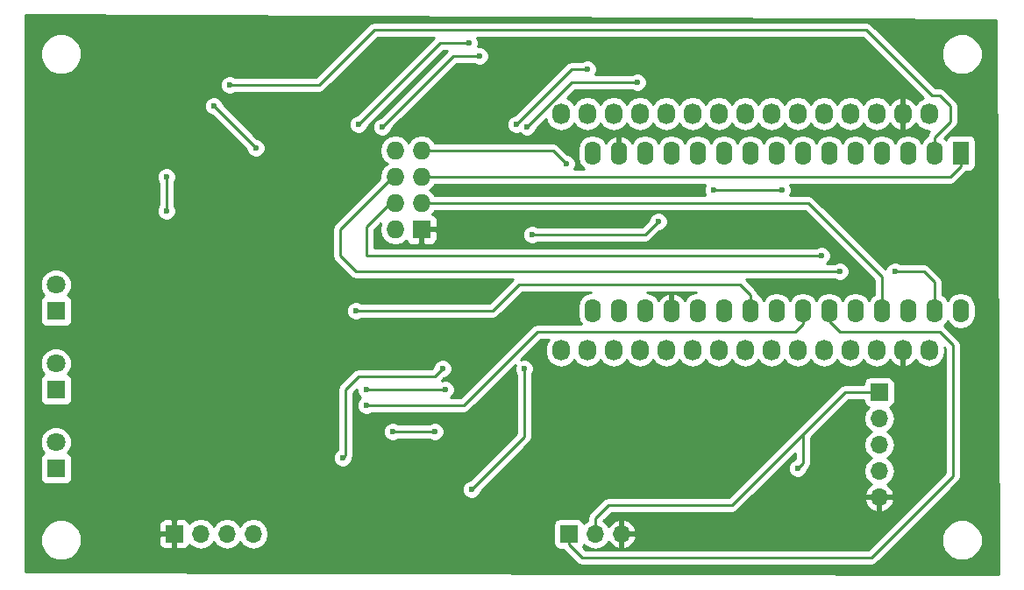
<source format=gbl>
G04 #@! TF.FileFunction,Copper,L2,Bot,Signal*
%FSLAX46Y46*%
G04 Gerber Fmt 4.6, Leading zero omitted, Abs format (unit mm)*
G04 Created by KiCad (PCBNEW 4.0.2-stable) date 24.04.2017 00:03:25*
%MOMM*%
G01*
G04 APERTURE LIST*
%ADD10C,0.100000*%
%ADD11O,1.727200X1.727200*%
%ADD12R,1.727200X1.727200*%
%ADD13R,1.574800X2.286000*%
%ADD14O,1.574800X2.286000*%
%ADD15R,1.700000X1.700000*%
%ADD16O,1.700000X1.700000*%
%ADD17R,1.800000X1.800000*%
%ADD18C,1.800000*%
%ADD19O,1.727200X2.032000*%
%ADD20C,0.600000*%
%ADD21C,0.250000*%
%ADD22C,0.254000*%
G04 APERTURE END LIST*
D10*
D11*
X178816000Y-68326000D03*
X176276000Y-68326000D03*
X178816000Y-70866000D03*
X176276000Y-70866000D03*
X178816000Y-73406000D03*
X176276000Y-73406000D03*
D12*
X178816000Y-75946000D03*
D11*
X176276000Y-75946000D03*
D13*
X230886000Y-68580000D03*
D14*
X228346000Y-68580000D03*
X225806000Y-68580000D03*
X223266000Y-68580000D03*
X220726000Y-68580000D03*
X218186000Y-68580000D03*
X215646000Y-68580000D03*
X213106000Y-68580000D03*
X210566000Y-68580000D03*
X208026000Y-68580000D03*
X205486000Y-68580000D03*
X202946000Y-68580000D03*
X200406000Y-68580000D03*
X197866000Y-68580000D03*
X195326000Y-68580000D03*
X195326000Y-83820000D03*
X197866000Y-83820000D03*
X200406000Y-83820000D03*
X202946000Y-83820000D03*
X205486000Y-83820000D03*
X208026000Y-83820000D03*
X210566000Y-83820000D03*
X213106000Y-83820000D03*
X215646000Y-83820000D03*
X218186000Y-83820000D03*
X220726000Y-83820000D03*
X223266000Y-83820000D03*
X225806000Y-83820000D03*
X228346000Y-83820000D03*
X230886000Y-83820000D03*
D15*
X223012000Y-91694000D03*
D16*
X223012000Y-94234000D03*
X223012000Y-96774000D03*
X223012000Y-99314000D03*
X223012000Y-101854000D03*
D15*
X193040000Y-105410000D03*
D16*
X195580000Y-105410000D03*
X198120000Y-105410000D03*
D15*
X154940000Y-105410000D03*
D16*
X157480000Y-105410000D03*
X160020000Y-105410000D03*
X162560000Y-105410000D03*
D17*
X143510000Y-99060000D03*
D18*
X143510000Y-96520000D03*
D17*
X143510000Y-91440000D03*
D18*
X143510000Y-88900000D03*
D17*
X143510000Y-83820000D03*
D18*
X143510000Y-81280000D03*
D19*
X192278000Y-87630000D03*
X194818000Y-87630000D03*
X197358000Y-87630000D03*
X199898000Y-87630000D03*
X202438000Y-87630000D03*
X204978000Y-87630000D03*
X207518000Y-87630000D03*
X210058000Y-87630000D03*
X212598000Y-87630000D03*
X215138000Y-87630000D03*
X217678000Y-87630000D03*
X220218000Y-87630000D03*
X222758000Y-87630000D03*
X225298000Y-87630000D03*
X227838000Y-87630000D03*
X192278000Y-64770000D03*
X222758000Y-64770000D03*
X225298000Y-64770000D03*
X220218000Y-64770000D03*
X204978000Y-64770000D03*
X202438000Y-64770000D03*
X207518000Y-64770000D03*
X227838000Y-64770000D03*
X212598000Y-64770000D03*
X210058000Y-64770000D03*
X215138000Y-64770000D03*
X217678000Y-64770000D03*
X197358000Y-64770000D03*
X199898000Y-64770000D03*
X194818000Y-64770000D03*
D20*
X193040000Y-71882000D03*
X197358000Y-71882000D03*
X199644000Y-61722000D03*
X188976000Y-66040000D03*
X207010000Y-72136000D03*
X213614000Y-72136000D03*
X215138000Y-99060000D03*
X188722000Y-89408000D03*
X183642000Y-101092000D03*
X172466000Y-83820000D03*
X181102000Y-91440000D03*
X173482000Y-91440000D03*
X154178000Y-70866000D03*
X154178000Y-74168000D03*
X173482000Y-92964000D03*
X217424000Y-78486000D03*
X172720000Y-65786000D03*
X183388000Y-57912000D03*
X224536000Y-80010000D03*
X219202000Y-80010000D03*
X175006000Y-66040000D03*
X184404000Y-59182000D03*
X192786000Y-69596000D03*
X194818000Y-60452000D03*
X187960000Y-65786000D03*
X176022000Y-95504000D03*
X180086000Y-95504000D03*
X162814000Y-68072000D03*
X158750000Y-64008000D03*
X160274000Y-61976000D03*
X201676000Y-75184000D03*
X189484000Y-76454000D03*
X180848000Y-89408000D03*
X171196000Y-98044000D03*
D21*
X197358000Y-71882000D02*
X193040000Y-71882000D01*
X178816000Y-70866000D02*
X229870000Y-70866000D01*
X230886000Y-69850000D02*
X230886000Y-68580000D01*
X229870000Y-70866000D02*
X230886000Y-69850000D01*
X193294000Y-61722000D02*
X199644000Y-61722000D01*
X188976000Y-66040000D02*
X193294000Y-61722000D01*
X213614000Y-72136000D02*
X207010000Y-72136000D01*
X215646000Y-98552000D02*
X215646000Y-95758000D01*
X215138000Y-99060000D02*
X215646000Y-98552000D01*
X223012000Y-91694000D02*
X219710000Y-91694000D01*
X195580000Y-103886000D02*
X195580000Y-105410000D01*
X196850000Y-102616000D02*
X195580000Y-103886000D01*
X208788000Y-102616000D02*
X196850000Y-102616000D01*
X219710000Y-91694000D02*
X215646000Y-95758000D01*
X215646000Y-95758000D02*
X208788000Y-102616000D01*
X188722000Y-96012000D02*
X188722000Y-89408000D01*
X183642000Y-101092000D02*
X188722000Y-96012000D01*
X210566000Y-82296000D02*
X210566000Y-83820000D01*
X209550000Y-81280000D02*
X210566000Y-82296000D01*
X188214000Y-81280000D02*
X209550000Y-81280000D01*
X185674000Y-83820000D02*
X188214000Y-81280000D01*
X172466000Y-83820000D02*
X185674000Y-83820000D01*
X173482000Y-91440000D02*
X181102000Y-91440000D01*
X154178000Y-74168000D02*
X154178000Y-70866000D01*
X215646000Y-85090000D02*
X215646000Y-83820000D01*
X214884000Y-85852000D02*
X215646000Y-85090000D01*
X189992000Y-85852000D02*
X214884000Y-85852000D01*
X182880000Y-92964000D02*
X189992000Y-85852000D01*
X173482000Y-92964000D02*
X182880000Y-92964000D01*
X193040000Y-105410000D02*
X193040000Y-106426000D01*
X219202000Y-85852000D02*
X218186000Y-84836000D01*
X228854000Y-85852000D02*
X219202000Y-85852000D01*
X230124000Y-87122000D02*
X228854000Y-85852000D01*
X230124000Y-99822000D02*
X230124000Y-87122000D01*
X222250000Y-107696000D02*
X230124000Y-99822000D01*
X194310000Y-107696000D02*
X222250000Y-107696000D01*
X193040000Y-106426000D02*
X194310000Y-107696000D01*
X218186000Y-84836000D02*
X218186000Y-83820000D01*
X178816000Y-73406000D02*
X216154000Y-73406000D01*
X223266000Y-80518000D02*
X223266000Y-83820000D01*
X216154000Y-73406000D02*
X223266000Y-80518000D01*
X176276000Y-73406000D02*
X175768000Y-73406000D01*
X175768000Y-73406000D02*
X173482000Y-75692000D01*
X173482000Y-78486000D02*
X217424000Y-78486000D01*
X173482000Y-75692000D02*
X173482000Y-78486000D01*
X172720000Y-65786000D02*
X180594000Y-57912000D01*
X180594000Y-57912000D02*
X183388000Y-57912000D01*
X176276000Y-70866000D02*
X176022000Y-70866000D01*
X176022000Y-70866000D02*
X170942000Y-75946000D01*
X228346000Y-81026000D02*
X228346000Y-83820000D01*
X227330000Y-80010000D02*
X228346000Y-81026000D01*
X224536000Y-80010000D02*
X227330000Y-80010000D01*
X172466000Y-80010000D02*
X219202000Y-80010000D01*
X170942000Y-78486000D02*
X172466000Y-80010000D01*
X170942000Y-75946000D02*
X170942000Y-78486000D01*
X175006000Y-66040000D02*
X181864000Y-59182000D01*
X181864000Y-59182000D02*
X184404000Y-59182000D01*
X178816000Y-68326000D02*
X191516000Y-68326000D01*
X191516000Y-68326000D02*
X192786000Y-69596000D01*
X193294000Y-60452000D02*
X194818000Y-60452000D01*
X187960000Y-65786000D02*
X193294000Y-60452000D01*
X180086000Y-95504000D02*
X176022000Y-95504000D01*
X158750000Y-64008000D02*
X162814000Y-68072000D01*
X228346000Y-67056000D02*
X228346000Y-68580000D01*
X229870000Y-65532000D02*
X228346000Y-67056000D01*
X229870000Y-64008000D02*
X229870000Y-65532000D01*
X228854000Y-62992000D02*
X229870000Y-64008000D01*
X228092000Y-62992000D02*
X228854000Y-62992000D01*
X221742000Y-56642000D02*
X228092000Y-62992000D01*
X174244000Y-56642000D02*
X221742000Y-56642000D01*
X168910000Y-61976000D02*
X174244000Y-56642000D01*
X160274000Y-61976000D02*
X168910000Y-61976000D01*
X201676000Y-75184000D02*
X200406000Y-76454000D01*
X200406000Y-76454000D02*
X189484000Y-76454000D01*
X180848000Y-89408000D02*
X180086000Y-90170000D01*
X180086000Y-90170000D02*
X172720000Y-90170000D01*
X172720000Y-90170000D02*
X171450000Y-91440000D01*
X171450000Y-91440000D02*
X171450000Y-97790000D01*
X171450000Y-97790000D02*
X171196000Y-98044000D01*
D22*
G36*
X234315594Y-55752318D02*
X234568397Y-109346655D01*
X140589000Y-109093341D01*
X140589000Y-106393109D01*
X142014657Y-106393109D01*
X142316218Y-107122943D01*
X142874120Y-107681819D01*
X143603427Y-107984654D01*
X144393109Y-107985343D01*
X145122943Y-107683782D01*
X145681819Y-107125880D01*
X145984654Y-106396573D01*
X145985265Y-105695750D01*
X153455000Y-105695750D01*
X153455000Y-106386309D01*
X153551673Y-106619698D01*
X153730301Y-106798327D01*
X153963690Y-106895000D01*
X154654250Y-106895000D01*
X154813000Y-106736250D01*
X154813000Y-105537000D01*
X153613750Y-105537000D01*
X153455000Y-105695750D01*
X145985265Y-105695750D01*
X145985343Y-105606891D01*
X145683782Y-104877057D01*
X145241189Y-104433691D01*
X153455000Y-104433691D01*
X153455000Y-105124250D01*
X153613750Y-105283000D01*
X154813000Y-105283000D01*
X154813000Y-104083750D01*
X155067000Y-104083750D01*
X155067000Y-105283000D01*
X155087000Y-105283000D01*
X155087000Y-105537000D01*
X155067000Y-105537000D01*
X155067000Y-106736250D01*
X155225750Y-106895000D01*
X155916310Y-106895000D01*
X156149699Y-106798327D01*
X156328327Y-106619698D01*
X156400597Y-106445223D01*
X156429946Y-106489147D01*
X156911715Y-106811054D01*
X157480000Y-106924093D01*
X158048285Y-106811054D01*
X158530054Y-106489147D01*
X158750000Y-106159974D01*
X158969946Y-106489147D01*
X159451715Y-106811054D01*
X160020000Y-106924093D01*
X160588285Y-106811054D01*
X161070054Y-106489147D01*
X161290000Y-106159974D01*
X161509946Y-106489147D01*
X161991715Y-106811054D01*
X162560000Y-106924093D01*
X163128285Y-106811054D01*
X163610054Y-106489147D01*
X163931961Y-106007378D01*
X164045000Y-105439093D01*
X164045000Y-105380907D01*
X163931961Y-104812622D01*
X163610054Y-104330853D01*
X163128285Y-104008946D01*
X162560000Y-103895907D01*
X161991715Y-104008946D01*
X161509946Y-104330853D01*
X161290000Y-104660026D01*
X161070054Y-104330853D01*
X160588285Y-104008946D01*
X160020000Y-103895907D01*
X159451715Y-104008946D01*
X158969946Y-104330853D01*
X158750000Y-104660026D01*
X158530054Y-104330853D01*
X158048285Y-104008946D01*
X157480000Y-103895907D01*
X156911715Y-104008946D01*
X156429946Y-104330853D01*
X156400597Y-104374777D01*
X156328327Y-104200302D01*
X156149699Y-104021673D01*
X155916310Y-103925000D01*
X155225750Y-103925000D01*
X155067000Y-104083750D01*
X154813000Y-104083750D01*
X154654250Y-103925000D01*
X153963690Y-103925000D01*
X153730301Y-104021673D01*
X153551673Y-104200302D01*
X153455000Y-104433691D01*
X145241189Y-104433691D01*
X145125880Y-104318181D01*
X144396573Y-104015346D01*
X143606891Y-104014657D01*
X142877057Y-104316218D01*
X142318181Y-104874120D01*
X142015346Y-105603427D01*
X142014657Y-106393109D01*
X140589000Y-106393109D01*
X140589000Y-98160000D01*
X141962560Y-98160000D01*
X141962560Y-99960000D01*
X142006838Y-100195317D01*
X142145910Y-100411441D01*
X142358110Y-100556431D01*
X142610000Y-100607440D01*
X144410000Y-100607440D01*
X144645317Y-100563162D01*
X144861441Y-100424090D01*
X145006431Y-100211890D01*
X145057440Y-99960000D01*
X145057440Y-98160000D01*
X145013162Y-97924683D01*
X144874090Y-97708559D01*
X144661890Y-97563569D01*
X144641466Y-97559433D01*
X144810551Y-97390643D01*
X145044733Y-96826670D01*
X145045265Y-96216009D01*
X144812068Y-95651629D01*
X144380643Y-95219449D01*
X143816670Y-94985267D01*
X143206009Y-94984735D01*
X142641629Y-95217932D01*
X142209449Y-95649357D01*
X141975267Y-96213330D01*
X141974735Y-96823991D01*
X142207932Y-97388371D01*
X142375880Y-97556613D01*
X142374683Y-97556838D01*
X142158559Y-97695910D01*
X142013569Y-97908110D01*
X141962560Y-98160000D01*
X140589000Y-98160000D01*
X140589000Y-90540000D01*
X141962560Y-90540000D01*
X141962560Y-92340000D01*
X142006838Y-92575317D01*
X142145910Y-92791441D01*
X142358110Y-92936431D01*
X142610000Y-92987440D01*
X144410000Y-92987440D01*
X144645317Y-92943162D01*
X144861441Y-92804090D01*
X145006431Y-92591890D01*
X145057440Y-92340000D01*
X145057440Y-90540000D01*
X145013162Y-90304683D01*
X144874090Y-90088559D01*
X144661890Y-89943569D01*
X144641466Y-89939433D01*
X144810551Y-89770643D01*
X145044733Y-89206670D01*
X145045265Y-88596009D01*
X144812068Y-88031629D01*
X144380643Y-87599449D01*
X143816670Y-87365267D01*
X143206009Y-87364735D01*
X142641629Y-87597932D01*
X142209449Y-88029357D01*
X141975267Y-88593330D01*
X141974735Y-89203991D01*
X142207932Y-89768371D01*
X142375880Y-89936613D01*
X142374683Y-89936838D01*
X142158559Y-90075910D01*
X142013569Y-90288110D01*
X141962560Y-90540000D01*
X140589000Y-90540000D01*
X140589000Y-82920000D01*
X141962560Y-82920000D01*
X141962560Y-84720000D01*
X142006838Y-84955317D01*
X142145910Y-85171441D01*
X142358110Y-85316431D01*
X142610000Y-85367440D01*
X144410000Y-85367440D01*
X144645317Y-85323162D01*
X144861441Y-85184090D01*
X145006431Y-84971890D01*
X145057440Y-84720000D01*
X145057440Y-82920000D01*
X145013162Y-82684683D01*
X144874090Y-82468559D01*
X144661890Y-82323569D01*
X144641466Y-82319433D01*
X144810551Y-82150643D01*
X145044733Y-81586670D01*
X145045265Y-80976009D01*
X144812068Y-80411629D01*
X144380643Y-79979449D01*
X143816670Y-79745267D01*
X143206009Y-79744735D01*
X142641629Y-79977932D01*
X142209449Y-80409357D01*
X141975267Y-80973330D01*
X141974735Y-81583991D01*
X142207932Y-82148371D01*
X142375880Y-82316613D01*
X142374683Y-82316838D01*
X142158559Y-82455910D01*
X142013569Y-82668110D01*
X141962560Y-82920000D01*
X140589000Y-82920000D01*
X140589000Y-71051167D01*
X153242838Y-71051167D01*
X153384883Y-71394943D01*
X153418000Y-71428118D01*
X153418000Y-73605537D01*
X153385808Y-73637673D01*
X153243162Y-73981201D01*
X153242838Y-74353167D01*
X153384883Y-74696943D01*
X153647673Y-74960192D01*
X153991201Y-75102838D01*
X154363167Y-75103162D01*
X154706943Y-74961117D01*
X154970192Y-74698327D01*
X155112838Y-74354799D01*
X155113162Y-73982833D01*
X154971117Y-73639057D01*
X154938000Y-73605882D01*
X154938000Y-71428463D01*
X154970192Y-71396327D01*
X155112838Y-71052799D01*
X155113162Y-70680833D01*
X154971117Y-70337057D01*
X154708327Y-70073808D01*
X154364799Y-69931162D01*
X153992833Y-69930838D01*
X153649057Y-70072883D01*
X153385808Y-70335673D01*
X153243162Y-70679201D01*
X153242838Y-71051167D01*
X140589000Y-71051167D01*
X140589000Y-64193167D01*
X157814838Y-64193167D01*
X157956883Y-64536943D01*
X158219673Y-64800192D01*
X158563201Y-64942838D01*
X158610077Y-64942879D01*
X161878878Y-68211680D01*
X161878838Y-68257167D01*
X162020883Y-68600943D01*
X162283673Y-68864192D01*
X162627201Y-69006838D01*
X162999167Y-69007162D01*
X163342943Y-68865117D01*
X163606192Y-68602327D01*
X163748838Y-68258799D01*
X163749162Y-67886833D01*
X163607117Y-67543057D01*
X163344327Y-67279808D01*
X163000799Y-67137162D01*
X162953923Y-67137121D01*
X159685122Y-63868320D01*
X159685162Y-63822833D01*
X159543117Y-63479057D01*
X159280327Y-63215808D01*
X158936799Y-63073162D01*
X158564833Y-63072838D01*
X158221057Y-63214883D01*
X157957808Y-63477673D01*
X157815162Y-63821201D01*
X157814838Y-64193167D01*
X140589000Y-64193167D01*
X140589000Y-62161167D01*
X159338838Y-62161167D01*
X159480883Y-62504943D01*
X159743673Y-62768192D01*
X160087201Y-62910838D01*
X160459167Y-62911162D01*
X160802943Y-62769117D01*
X160836118Y-62736000D01*
X168910000Y-62736000D01*
X169200839Y-62678148D01*
X169447401Y-62513401D01*
X174558802Y-57402000D01*
X180029198Y-57402000D01*
X172580320Y-64850878D01*
X172534833Y-64850838D01*
X172191057Y-64992883D01*
X171927808Y-65255673D01*
X171785162Y-65599201D01*
X171784838Y-65971167D01*
X171926883Y-66314943D01*
X172189673Y-66578192D01*
X172533201Y-66720838D01*
X172905167Y-66721162D01*
X173248943Y-66579117D01*
X173512192Y-66316327D01*
X173654838Y-65972799D01*
X173654879Y-65925923D01*
X180908802Y-58672000D01*
X181299198Y-58672000D01*
X174866320Y-65104878D01*
X174820833Y-65104838D01*
X174477057Y-65246883D01*
X174213808Y-65509673D01*
X174071162Y-65853201D01*
X174070838Y-66225167D01*
X174212883Y-66568943D01*
X174475673Y-66832192D01*
X174819201Y-66974838D01*
X175191167Y-66975162D01*
X175534943Y-66833117D01*
X175798192Y-66570327D01*
X175940838Y-66226799D01*
X175940879Y-66179923D01*
X176149635Y-65971167D01*
X187024838Y-65971167D01*
X187166883Y-66314943D01*
X187429673Y-66578192D01*
X187773201Y-66720838D01*
X188145167Y-66721162D01*
X188279449Y-66665678D01*
X188445673Y-66832192D01*
X188789201Y-66974838D01*
X189161167Y-66975162D01*
X189504943Y-66833117D01*
X189768192Y-66570327D01*
X189910838Y-66226799D01*
X189910879Y-66179923D01*
X190838573Y-65252229D01*
X190893474Y-65528234D01*
X191218330Y-66014415D01*
X191704511Y-66339271D01*
X192278000Y-66453345D01*
X192851489Y-66339271D01*
X193337670Y-66014415D01*
X193548000Y-65699634D01*
X193758330Y-66014415D01*
X194244511Y-66339271D01*
X194818000Y-66453345D01*
X195391489Y-66339271D01*
X195877670Y-66014415D01*
X196088000Y-65699634D01*
X196298330Y-66014415D01*
X196784511Y-66339271D01*
X197358000Y-66453345D01*
X197931489Y-66339271D01*
X198417670Y-66014415D01*
X198628000Y-65699634D01*
X198838330Y-66014415D01*
X199324511Y-66339271D01*
X199898000Y-66453345D01*
X200471489Y-66339271D01*
X200957670Y-66014415D01*
X201168000Y-65699634D01*
X201378330Y-66014415D01*
X201864511Y-66339271D01*
X202438000Y-66453345D01*
X203011489Y-66339271D01*
X203497670Y-66014415D01*
X203708000Y-65699634D01*
X203918330Y-66014415D01*
X204404511Y-66339271D01*
X204978000Y-66453345D01*
X205551489Y-66339271D01*
X206037670Y-66014415D01*
X206248000Y-65699634D01*
X206458330Y-66014415D01*
X206944511Y-66339271D01*
X207518000Y-66453345D01*
X208091489Y-66339271D01*
X208577670Y-66014415D01*
X208788000Y-65699634D01*
X208998330Y-66014415D01*
X209484511Y-66339271D01*
X210058000Y-66453345D01*
X210631489Y-66339271D01*
X211117670Y-66014415D01*
X211328000Y-65699634D01*
X211538330Y-66014415D01*
X212024511Y-66339271D01*
X212598000Y-66453345D01*
X213171489Y-66339271D01*
X213657670Y-66014415D01*
X213868000Y-65699634D01*
X214078330Y-66014415D01*
X214564511Y-66339271D01*
X215138000Y-66453345D01*
X215711489Y-66339271D01*
X216197670Y-66014415D01*
X216408000Y-65699634D01*
X216618330Y-66014415D01*
X217104511Y-66339271D01*
X217678000Y-66453345D01*
X218251489Y-66339271D01*
X218737670Y-66014415D01*
X218948000Y-65699634D01*
X219158330Y-66014415D01*
X219644511Y-66339271D01*
X220218000Y-66453345D01*
X220791489Y-66339271D01*
X221277670Y-66014415D01*
X221488000Y-65699634D01*
X221698330Y-66014415D01*
X222184511Y-66339271D01*
X222758000Y-66453345D01*
X223331489Y-66339271D01*
X223817670Y-66014415D01*
X224024461Y-65704931D01*
X224395964Y-66120732D01*
X224923209Y-66374709D01*
X224938974Y-66377358D01*
X225171000Y-66256217D01*
X225171000Y-64897000D01*
X225151000Y-64897000D01*
X225151000Y-64643000D01*
X225171000Y-64643000D01*
X225171000Y-63283783D01*
X224938974Y-63162642D01*
X224923209Y-63165291D01*
X224395964Y-63419268D01*
X224024461Y-63835069D01*
X223817670Y-63525585D01*
X223331489Y-63200729D01*
X222758000Y-63086655D01*
X222184511Y-63200729D01*
X221698330Y-63525585D01*
X221488000Y-63840366D01*
X221277670Y-63525585D01*
X220791489Y-63200729D01*
X220218000Y-63086655D01*
X219644511Y-63200729D01*
X219158330Y-63525585D01*
X218948000Y-63840366D01*
X218737670Y-63525585D01*
X218251489Y-63200729D01*
X217678000Y-63086655D01*
X217104511Y-63200729D01*
X216618330Y-63525585D01*
X216408000Y-63840366D01*
X216197670Y-63525585D01*
X215711489Y-63200729D01*
X215138000Y-63086655D01*
X214564511Y-63200729D01*
X214078330Y-63525585D01*
X213868000Y-63840366D01*
X213657670Y-63525585D01*
X213171489Y-63200729D01*
X212598000Y-63086655D01*
X212024511Y-63200729D01*
X211538330Y-63525585D01*
X211328000Y-63840366D01*
X211117670Y-63525585D01*
X210631489Y-63200729D01*
X210058000Y-63086655D01*
X209484511Y-63200729D01*
X208998330Y-63525585D01*
X208788000Y-63840366D01*
X208577670Y-63525585D01*
X208091489Y-63200729D01*
X207518000Y-63086655D01*
X206944511Y-63200729D01*
X206458330Y-63525585D01*
X206248000Y-63840366D01*
X206037670Y-63525585D01*
X205551489Y-63200729D01*
X204978000Y-63086655D01*
X204404511Y-63200729D01*
X203918330Y-63525585D01*
X203708000Y-63840366D01*
X203497670Y-63525585D01*
X203011489Y-63200729D01*
X202438000Y-63086655D01*
X201864511Y-63200729D01*
X201378330Y-63525585D01*
X201168000Y-63840366D01*
X200957670Y-63525585D01*
X200471489Y-63200729D01*
X199898000Y-63086655D01*
X199324511Y-63200729D01*
X198838330Y-63525585D01*
X198628000Y-63840366D01*
X198417670Y-63525585D01*
X197931489Y-63200729D01*
X197358000Y-63086655D01*
X196784511Y-63200729D01*
X196298330Y-63525585D01*
X196088000Y-63840366D01*
X195877670Y-63525585D01*
X195391489Y-63200729D01*
X194818000Y-63086655D01*
X194244511Y-63200729D01*
X193758330Y-63525585D01*
X193548000Y-63840366D01*
X193337670Y-63525585D01*
X192874618Y-63216184D01*
X193608802Y-62482000D01*
X199081537Y-62482000D01*
X199113673Y-62514192D01*
X199457201Y-62656838D01*
X199829167Y-62657162D01*
X200172943Y-62515117D01*
X200436192Y-62252327D01*
X200578838Y-61908799D01*
X200579162Y-61536833D01*
X200437117Y-61193057D01*
X200174327Y-60929808D01*
X199830799Y-60787162D01*
X199458833Y-60786838D01*
X199115057Y-60928883D01*
X199081882Y-60962000D01*
X195618633Y-60962000D01*
X195752838Y-60638799D01*
X195753162Y-60266833D01*
X195611117Y-59923057D01*
X195348327Y-59659808D01*
X195004799Y-59517162D01*
X194632833Y-59516838D01*
X194289057Y-59658883D01*
X194255882Y-59692000D01*
X193294000Y-59692000D01*
X193003161Y-59749852D01*
X192756599Y-59914599D01*
X187820320Y-64850878D01*
X187774833Y-64850838D01*
X187431057Y-64992883D01*
X187167808Y-65255673D01*
X187025162Y-65599201D01*
X187024838Y-65971167D01*
X176149635Y-65971167D01*
X182178802Y-59942000D01*
X183841537Y-59942000D01*
X183873673Y-59974192D01*
X184217201Y-60116838D01*
X184589167Y-60117162D01*
X184932943Y-59975117D01*
X185196192Y-59712327D01*
X185338838Y-59368799D01*
X185339162Y-58996833D01*
X185197117Y-58653057D01*
X184934327Y-58389808D01*
X184590799Y-58247162D01*
X184261351Y-58246875D01*
X184322838Y-58098799D01*
X184323162Y-57726833D01*
X184188944Y-57402000D01*
X221427198Y-57402000D01*
X227241382Y-63216184D01*
X226778330Y-63525585D01*
X226571539Y-63835069D01*
X226200036Y-63419268D01*
X225672791Y-63165291D01*
X225657026Y-63162642D01*
X225425000Y-63283783D01*
X225425000Y-64643000D01*
X225445000Y-64643000D01*
X225445000Y-64897000D01*
X225425000Y-64897000D01*
X225425000Y-66256217D01*
X225657026Y-66377358D01*
X225672791Y-66374709D01*
X226200036Y-66120732D01*
X226571539Y-65704931D01*
X226778330Y-66014415D01*
X227264511Y-66339271D01*
X227838000Y-66453345D01*
X227882755Y-66444443D01*
X227808599Y-66518599D01*
X227643852Y-66765161D01*
X227594362Y-67013960D01*
X227340211Y-67183778D01*
X227076000Y-67579199D01*
X226811789Y-67183778D01*
X226350329Y-66875441D01*
X225806000Y-66767167D01*
X225261671Y-66875441D01*
X224800211Y-67183778D01*
X224536000Y-67579199D01*
X224271789Y-67183778D01*
X223810329Y-66875441D01*
X223266000Y-66767167D01*
X222721671Y-66875441D01*
X222260211Y-67183778D01*
X221996000Y-67579199D01*
X221731789Y-67183778D01*
X221270329Y-66875441D01*
X220726000Y-66767167D01*
X220181671Y-66875441D01*
X219720211Y-67183778D01*
X219456000Y-67579199D01*
X219191789Y-67183778D01*
X218730329Y-66875441D01*
X218186000Y-66767167D01*
X217641671Y-66875441D01*
X217180211Y-67183778D01*
X216916000Y-67579199D01*
X216651789Y-67183778D01*
X216190329Y-66875441D01*
X215646000Y-66767167D01*
X215101671Y-66875441D01*
X214640211Y-67183778D01*
X214376000Y-67579199D01*
X214111789Y-67183778D01*
X213650329Y-66875441D01*
X213106000Y-66767167D01*
X212561671Y-66875441D01*
X212100211Y-67183778D01*
X211836000Y-67579199D01*
X211571789Y-67183778D01*
X211110329Y-66875441D01*
X210566000Y-66767167D01*
X210021671Y-66875441D01*
X209560211Y-67183778D01*
X209296000Y-67579199D01*
X209031789Y-67183778D01*
X208570329Y-66875441D01*
X208026000Y-66767167D01*
X207481671Y-66875441D01*
X207020211Y-67183778D01*
X206756000Y-67579199D01*
X206491789Y-67183778D01*
X206030329Y-66875441D01*
X205486000Y-66767167D01*
X204941671Y-66875441D01*
X204480211Y-67183778D01*
X204216000Y-67579199D01*
X203951789Y-67183778D01*
X203490329Y-66875441D01*
X202946000Y-66767167D01*
X202401671Y-66875441D01*
X201940211Y-67183778D01*
X201676000Y-67579199D01*
X201411789Y-67183778D01*
X200950329Y-66875441D01*
X200406000Y-66767167D01*
X199861671Y-66875441D01*
X199400211Y-67183778D01*
X199136246Y-67578830D01*
X199131525Y-67562738D01*
X198781986Y-67128809D01*
X198292996Y-66861673D01*
X198213060Y-66844990D01*
X197993000Y-66967148D01*
X197993000Y-68453000D01*
X198013000Y-68453000D01*
X198013000Y-68707000D01*
X197993000Y-68707000D01*
X197993000Y-68727000D01*
X197739000Y-68727000D01*
X197739000Y-68707000D01*
X197719000Y-68707000D01*
X197719000Y-68453000D01*
X197739000Y-68453000D01*
X197739000Y-66967148D01*
X197518940Y-66844990D01*
X197439004Y-66861673D01*
X196950014Y-67128809D01*
X196600475Y-67562738D01*
X196595754Y-67578830D01*
X196331789Y-67183778D01*
X195870329Y-66875441D01*
X195326000Y-66767167D01*
X194781671Y-66875441D01*
X194320211Y-67183778D01*
X194011874Y-67645238D01*
X193903600Y-68189567D01*
X193903600Y-68970433D01*
X194011874Y-69514762D01*
X194320211Y-69976222D01*
X194514438Y-70106000D01*
X193586633Y-70106000D01*
X193720838Y-69782799D01*
X193721162Y-69410833D01*
X193579117Y-69067057D01*
X193316327Y-68803808D01*
X192972799Y-68661162D01*
X192925923Y-68661121D01*
X192053401Y-67788599D01*
X191806839Y-67623852D01*
X191516000Y-67566000D01*
X180095520Y-67566000D01*
X179875670Y-67236971D01*
X179389489Y-66912115D01*
X178816000Y-66798041D01*
X178242511Y-66912115D01*
X177756330Y-67236971D01*
X177546000Y-67551752D01*
X177335670Y-67236971D01*
X176849489Y-66912115D01*
X176276000Y-66798041D01*
X175702511Y-66912115D01*
X175216330Y-67236971D01*
X174891474Y-67723152D01*
X174777400Y-68296641D01*
X174777400Y-68355359D01*
X174891474Y-68928848D01*
X175216330Y-69415029D01*
X175487172Y-69596000D01*
X175216330Y-69776971D01*
X174891474Y-70263152D01*
X174777400Y-70836641D01*
X174777400Y-70895359D01*
X174800700Y-71012498D01*
X170404599Y-75408599D01*
X170239852Y-75655161D01*
X170182000Y-75946000D01*
X170182000Y-78486000D01*
X170239852Y-78776839D01*
X170404599Y-79023401D01*
X171928599Y-80547401D01*
X172175160Y-80712148D01*
X172223414Y-80721746D01*
X172466000Y-80770000D01*
X187649198Y-80770000D01*
X185359198Y-83060000D01*
X173028463Y-83060000D01*
X172996327Y-83027808D01*
X172652799Y-82885162D01*
X172280833Y-82884838D01*
X171937057Y-83026883D01*
X171673808Y-83289673D01*
X171531162Y-83633201D01*
X171530838Y-84005167D01*
X171672883Y-84348943D01*
X171935673Y-84612192D01*
X172279201Y-84754838D01*
X172651167Y-84755162D01*
X172994943Y-84613117D01*
X173028118Y-84580000D01*
X185674000Y-84580000D01*
X185964839Y-84522148D01*
X186211401Y-84357401D01*
X188528802Y-82040000D01*
X195160938Y-82040000D01*
X194781671Y-82115441D01*
X194320211Y-82423778D01*
X194011874Y-82885238D01*
X193903600Y-83429567D01*
X193903600Y-84210433D01*
X194011874Y-84754762D01*
X194237209Y-85092000D01*
X189992000Y-85092000D01*
X189701161Y-85149852D01*
X189454599Y-85314599D01*
X182565198Y-92204000D01*
X181660111Y-92204000D01*
X181894192Y-91970327D01*
X182036838Y-91626799D01*
X182037162Y-91254833D01*
X181895117Y-90911057D01*
X181632327Y-90647808D01*
X181288799Y-90505162D01*
X180916833Y-90504838D01*
X180761980Y-90568822D01*
X180987680Y-90343122D01*
X181033167Y-90343162D01*
X181376943Y-90201117D01*
X181640192Y-89938327D01*
X181782838Y-89594799D01*
X181783162Y-89222833D01*
X181641117Y-88879057D01*
X181378327Y-88615808D01*
X181034799Y-88473162D01*
X180662833Y-88472838D01*
X180319057Y-88614883D01*
X180055808Y-88877673D01*
X179913162Y-89221201D01*
X179913121Y-89268077D01*
X179771198Y-89410000D01*
X172720000Y-89410000D01*
X172429160Y-89467852D01*
X172182599Y-89632599D01*
X170912599Y-90902599D01*
X170747852Y-91149161D01*
X170690000Y-91440000D01*
X170690000Y-97241403D01*
X170667057Y-97250883D01*
X170403808Y-97513673D01*
X170261162Y-97857201D01*
X170260838Y-98229167D01*
X170402883Y-98572943D01*
X170665673Y-98836192D01*
X171009201Y-98978838D01*
X171381167Y-98979162D01*
X171724943Y-98837117D01*
X171988192Y-98574327D01*
X172130838Y-98230799D01*
X172130941Y-98112579D01*
X172152148Y-98080840D01*
X172210000Y-97790000D01*
X172210000Y-95689167D01*
X175086838Y-95689167D01*
X175228883Y-96032943D01*
X175491673Y-96296192D01*
X175835201Y-96438838D01*
X176207167Y-96439162D01*
X176550943Y-96297117D01*
X176584118Y-96264000D01*
X179523537Y-96264000D01*
X179555673Y-96296192D01*
X179899201Y-96438838D01*
X180271167Y-96439162D01*
X180614943Y-96297117D01*
X180878192Y-96034327D01*
X181020838Y-95690799D01*
X181021162Y-95318833D01*
X180879117Y-94975057D01*
X180616327Y-94711808D01*
X180272799Y-94569162D01*
X179900833Y-94568838D01*
X179557057Y-94710883D01*
X179523882Y-94744000D01*
X176584463Y-94744000D01*
X176552327Y-94711808D01*
X176208799Y-94569162D01*
X175836833Y-94568838D01*
X175493057Y-94710883D01*
X175229808Y-94973673D01*
X175087162Y-95317201D01*
X175086838Y-95689167D01*
X172210000Y-95689167D01*
X172210000Y-91754802D01*
X172547019Y-91417783D01*
X172546838Y-91625167D01*
X172688883Y-91968943D01*
X172921709Y-92202176D01*
X172689808Y-92433673D01*
X172547162Y-92777201D01*
X172546838Y-93149167D01*
X172688883Y-93492943D01*
X172951673Y-93756192D01*
X173295201Y-93898838D01*
X173667167Y-93899162D01*
X174010943Y-93757117D01*
X174044118Y-93724000D01*
X182880000Y-93724000D01*
X183170839Y-93666148D01*
X183417401Y-93501401D01*
X187850759Y-89068043D01*
X187787162Y-89221201D01*
X187786838Y-89593167D01*
X187928883Y-89936943D01*
X187962000Y-89970118D01*
X187962000Y-95697198D01*
X183502320Y-100156878D01*
X183456833Y-100156838D01*
X183113057Y-100298883D01*
X182849808Y-100561673D01*
X182707162Y-100905201D01*
X182706838Y-101277167D01*
X182848883Y-101620943D01*
X183111673Y-101884192D01*
X183455201Y-102026838D01*
X183827167Y-102027162D01*
X184170943Y-101885117D01*
X184434192Y-101622327D01*
X184576838Y-101278799D01*
X184576879Y-101231923D01*
X189259401Y-96549401D01*
X189424148Y-96302839D01*
X189482000Y-96012000D01*
X189482000Y-89970463D01*
X189514192Y-89938327D01*
X189656838Y-89594799D01*
X189657162Y-89222833D01*
X189515117Y-88879057D01*
X189252327Y-88615808D01*
X188908799Y-88473162D01*
X188536833Y-88472838D01*
X188381980Y-88536822D01*
X190306802Y-86612000D01*
X191067044Y-86612000D01*
X190893474Y-86871766D01*
X190779400Y-87445255D01*
X190779400Y-87814745D01*
X190893474Y-88388234D01*
X191218330Y-88874415D01*
X191704511Y-89199271D01*
X192278000Y-89313345D01*
X192851489Y-89199271D01*
X193337670Y-88874415D01*
X193548000Y-88559634D01*
X193758330Y-88874415D01*
X194244511Y-89199271D01*
X194818000Y-89313345D01*
X195391489Y-89199271D01*
X195877670Y-88874415D01*
X196088000Y-88559634D01*
X196298330Y-88874415D01*
X196784511Y-89199271D01*
X197358000Y-89313345D01*
X197931489Y-89199271D01*
X198417670Y-88874415D01*
X198628000Y-88559634D01*
X198838330Y-88874415D01*
X199324511Y-89199271D01*
X199898000Y-89313345D01*
X200471489Y-89199271D01*
X200957670Y-88874415D01*
X201168000Y-88559634D01*
X201378330Y-88874415D01*
X201864511Y-89199271D01*
X202438000Y-89313345D01*
X203011489Y-89199271D01*
X203497670Y-88874415D01*
X203708000Y-88559634D01*
X203918330Y-88874415D01*
X204404511Y-89199271D01*
X204978000Y-89313345D01*
X205551489Y-89199271D01*
X206037670Y-88874415D01*
X206248000Y-88559634D01*
X206458330Y-88874415D01*
X206944511Y-89199271D01*
X207518000Y-89313345D01*
X208091489Y-89199271D01*
X208577670Y-88874415D01*
X208788000Y-88559634D01*
X208998330Y-88874415D01*
X209484511Y-89199271D01*
X210058000Y-89313345D01*
X210631489Y-89199271D01*
X211117670Y-88874415D01*
X211328000Y-88559634D01*
X211538330Y-88874415D01*
X212024511Y-89199271D01*
X212598000Y-89313345D01*
X213171489Y-89199271D01*
X213657670Y-88874415D01*
X213868000Y-88559634D01*
X214078330Y-88874415D01*
X214564511Y-89199271D01*
X215138000Y-89313345D01*
X215711489Y-89199271D01*
X216197670Y-88874415D01*
X216408000Y-88559634D01*
X216618330Y-88874415D01*
X217104511Y-89199271D01*
X217678000Y-89313345D01*
X218251489Y-89199271D01*
X218737670Y-88874415D01*
X218948000Y-88559634D01*
X219158330Y-88874415D01*
X219644511Y-89199271D01*
X220218000Y-89313345D01*
X220791489Y-89199271D01*
X221277670Y-88874415D01*
X221488000Y-88559634D01*
X221698330Y-88874415D01*
X222184511Y-89199271D01*
X222758000Y-89313345D01*
X223331489Y-89199271D01*
X223817670Y-88874415D01*
X224024461Y-88564931D01*
X224395964Y-88980732D01*
X224923209Y-89234709D01*
X224938974Y-89237358D01*
X225171000Y-89116217D01*
X225171000Y-87757000D01*
X225151000Y-87757000D01*
X225151000Y-87503000D01*
X225171000Y-87503000D01*
X225171000Y-87483000D01*
X225425000Y-87483000D01*
X225425000Y-87503000D01*
X225445000Y-87503000D01*
X225445000Y-87757000D01*
X225425000Y-87757000D01*
X225425000Y-89116217D01*
X225657026Y-89237358D01*
X225672791Y-89234709D01*
X226200036Y-88980732D01*
X226571539Y-88564931D01*
X226778330Y-88874415D01*
X227264511Y-89199271D01*
X227838000Y-89313345D01*
X228411489Y-89199271D01*
X228897670Y-88874415D01*
X229222526Y-88388234D01*
X229336600Y-87814745D01*
X229336600Y-87445255D01*
X229327698Y-87400500D01*
X229364000Y-87436802D01*
X229364000Y-99507198D01*
X221935198Y-106936000D01*
X194624802Y-106936000D01*
X194370444Y-106681642D01*
X194486431Y-106511890D01*
X194500086Y-106444459D01*
X194529946Y-106489147D01*
X195011715Y-106811054D01*
X195580000Y-106924093D01*
X196148285Y-106811054D01*
X196630054Y-106489147D01*
X196857702Y-106148447D01*
X196924817Y-106291358D01*
X197353076Y-106681645D01*
X197763110Y-106851476D01*
X197993000Y-106730155D01*
X197993000Y-105537000D01*
X198247000Y-105537000D01*
X198247000Y-106730155D01*
X198476890Y-106851476D01*
X198886924Y-106681645D01*
X199315183Y-106291358D01*
X199561486Y-105766892D01*
X199440819Y-105537000D01*
X198247000Y-105537000D01*
X197993000Y-105537000D01*
X197973000Y-105537000D01*
X197973000Y-105283000D01*
X197993000Y-105283000D01*
X197993000Y-104089845D01*
X198247000Y-104089845D01*
X198247000Y-105283000D01*
X199440819Y-105283000D01*
X199561486Y-105053108D01*
X199315183Y-104528642D01*
X198886924Y-104138355D01*
X198476890Y-103968524D01*
X198247000Y-104089845D01*
X197993000Y-104089845D01*
X197763110Y-103968524D01*
X197353076Y-104138355D01*
X196924817Y-104528642D01*
X196857702Y-104671553D01*
X196630054Y-104330853D01*
X196378219Y-104162583D01*
X197164802Y-103376000D01*
X208788000Y-103376000D01*
X209078839Y-103318148D01*
X209325401Y-103153401D01*
X210267912Y-102210890D01*
X221570524Y-102210890D01*
X221740355Y-102620924D01*
X222130642Y-103049183D01*
X222655108Y-103295486D01*
X222885000Y-103174819D01*
X222885000Y-101981000D01*
X223139000Y-101981000D01*
X223139000Y-103174819D01*
X223368892Y-103295486D01*
X223893358Y-103049183D01*
X224283645Y-102620924D01*
X224453476Y-102210890D01*
X224332155Y-101981000D01*
X223139000Y-101981000D01*
X222885000Y-101981000D01*
X221691845Y-101981000D01*
X221570524Y-102210890D01*
X210267912Y-102210890D01*
X214886000Y-97592802D01*
X214886000Y-98152453D01*
X214609057Y-98266883D01*
X214345808Y-98529673D01*
X214203162Y-98873201D01*
X214202838Y-99245167D01*
X214344883Y-99588943D01*
X214607673Y-99852192D01*
X214951201Y-99994838D01*
X215323167Y-99995162D01*
X215666943Y-99853117D01*
X215930192Y-99590327D01*
X216072838Y-99246799D01*
X216072879Y-99199923D01*
X216183401Y-99089401D01*
X216257060Y-98979162D01*
X216348148Y-98842839D01*
X216406000Y-98552000D01*
X216406000Y-96072802D01*
X220024802Y-92454000D01*
X221514560Y-92454000D01*
X221514560Y-92544000D01*
X221558838Y-92779317D01*
X221697910Y-92995441D01*
X221910110Y-93140431D01*
X221977541Y-93154086D01*
X221932853Y-93183946D01*
X221610946Y-93665715D01*
X221497907Y-94234000D01*
X221610946Y-94802285D01*
X221932853Y-95284054D01*
X222262026Y-95504000D01*
X221932853Y-95723946D01*
X221610946Y-96205715D01*
X221497907Y-96774000D01*
X221610946Y-97342285D01*
X221932853Y-97824054D01*
X222262026Y-98044000D01*
X221932853Y-98263946D01*
X221610946Y-98745715D01*
X221497907Y-99314000D01*
X221610946Y-99882285D01*
X221932853Y-100364054D01*
X222273553Y-100591702D01*
X222130642Y-100658817D01*
X221740355Y-101087076D01*
X221570524Y-101497110D01*
X221691845Y-101727000D01*
X222885000Y-101727000D01*
X222885000Y-101707000D01*
X223139000Y-101707000D01*
X223139000Y-101727000D01*
X224332155Y-101727000D01*
X224453476Y-101497110D01*
X224283645Y-101087076D01*
X223893358Y-100658817D01*
X223750447Y-100591702D01*
X224091147Y-100364054D01*
X224413054Y-99882285D01*
X224526093Y-99314000D01*
X224413054Y-98745715D01*
X224091147Y-98263946D01*
X223761974Y-98044000D01*
X224091147Y-97824054D01*
X224413054Y-97342285D01*
X224526093Y-96774000D01*
X224413054Y-96205715D01*
X224091147Y-95723946D01*
X223761974Y-95504000D01*
X224091147Y-95284054D01*
X224413054Y-94802285D01*
X224526093Y-94234000D01*
X224413054Y-93665715D01*
X224091147Y-93183946D01*
X224049548Y-93156150D01*
X224097317Y-93147162D01*
X224313441Y-93008090D01*
X224458431Y-92795890D01*
X224509440Y-92544000D01*
X224509440Y-90844000D01*
X224465162Y-90608683D01*
X224326090Y-90392559D01*
X224113890Y-90247569D01*
X223862000Y-90196560D01*
X222162000Y-90196560D01*
X221926683Y-90240838D01*
X221710559Y-90379910D01*
X221565569Y-90592110D01*
X221514560Y-90844000D01*
X221514560Y-90934000D01*
X219710000Y-90934000D01*
X219419161Y-90991852D01*
X219172599Y-91156599D01*
X208473198Y-101856000D01*
X196850000Y-101856000D01*
X196559160Y-101913852D01*
X196312599Y-102078599D01*
X195042599Y-103348599D01*
X194877852Y-103595161D01*
X194820000Y-103886000D01*
X194820000Y-104137046D01*
X194529946Y-104330853D01*
X194502150Y-104372452D01*
X194493162Y-104324683D01*
X194354090Y-104108559D01*
X194141890Y-103963569D01*
X193890000Y-103912560D01*
X192190000Y-103912560D01*
X191954683Y-103956838D01*
X191738559Y-104095910D01*
X191593569Y-104308110D01*
X191542560Y-104560000D01*
X191542560Y-106260000D01*
X191586838Y-106495317D01*
X191725910Y-106711441D01*
X191938110Y-106856431D01*
X192190000Y-106907440D01*
X192465207Y-106907440D01*
X192502599Y-106963401D01*
X193772599Y-108233401D01*
X194019160Y-108398148D01*
X194310000Y-108456000D01*
X222250000Y-108456000D01*
X222540839Y-108398148D01*
X222787401Y-108233401D01*
X224627693Y-106393109D01*
X229014657Y-106393109D01*
X229316218Y-107122943D01*
X229874120Y-107681819D01*
X230603427Y-107984654D01*
X231393109Y-107985343D01*
X232122943Y-107683782D01*
X232681819Y-107125880D01*
X232984654Y-106396573D01*
X232985343Y-105606891D01*
X232683782Y-104877057D01*
X232125880Y-104318181D01*
X231396573Y-104015346D01*
X230606891Y-104014657D01*
X229877057Y-104316218D01*
X229318181Y-104874120D01*
X229015346Y-105603427D01*
X229014657Y-106393109D01*
X224627693Y-106393109D01*
X230661401Y-100359401D01*
X230826148Y-100112839D01*
X230884000Y-99822000D01*
X230884000Y-87122000D01*
X230826148Y-86831161D01*
X230826148Y-86831160D01*
X230661401Y-86584599D01*
X229391401Y-85314599D01*
X229297979Y-85252177D01*
X229351789Y-85216222D01*
X229616000Y-84820801D01*
X229880211Y-85216222D01*
X230341671Y-85524559D01*
X230886000Y-85632833D01*
X231430329Y-85524559D01*
X231891789Y-85216222D01*
X232200126Y-84754762D01*
X232308400Y-84210433D01*
X232308400Y-83429567D01*
X232200126Y-82885238D01*
X231891789Y-82423778D01*
X231430329Y-82115441D01*
X230886000Y-82007167D01*
X230341671Y-82115441D01*
X229880211Y-82423778D01*
X229616000Y-82819199D01*
X229351789Y-82423778D01*
X229106000Y-82259547D01*
X229106000Y-81026000D01*
X229048148Y-80735161D01*
X228883401Y-80488599D01*
X227867401Y-79472599D01*
X227620839Y-79307852D01*
X227330000Y-79250000D01*
X225098463Y-79250000D01*
X225066327Y-79217808D01*
X224722799Y-79075162D01*
X224350833Y-79074838D01*
X224007057Y-79216883D01*
X223743808Y-79479673D01*
X223614319Y-79791517D01*
X216691401Y-72868599D01*
X216444839Y-72703852D01*
X216154000Y-72646000D01*
X214414633Y-72646000D01*
X214548838Y-72322799D01*
X214549162Y-71950833D01*
X214414944Y-71626000D01*
X229870000Y-71626000D01*
X230160839Y-71568148D01*
X230407401Y-71403401D01*
X231423401Y-70387401D01*
X231434734Y-70370440D01*
X231673400Y-70370440D01*
X231908717Y-70326162D01*
X232124841Y-70187090D01*
X232269831Y-69974890D01*
X232320840Y-69723000D01*
X232320840Y-67437000D01*
X232276562Y-67201683D01*
X232137490Y-66985559D01*
X231925290Y-66840569D01*
X231673400Y-66789560D01*
X230098600Y-66789560D01*
X229863283Y-66833838D01*
X229647159Y-66972910D01*
X229502169Y-67185110D01*
X229467400Y-67356803D01*
X229351789Y-67183778D01*
X229316562Y-67160240D01*
X230407401Y-66069401D01*
X230572148Y-65822840D01*
X230581746Y-65774586D01*
X230630000Y-65532000D01*
X230630000Y-64008000D01*
X230572148Y-63717161D01*
X230407401Y-63470599D01*
X229391401Y-62454599D01*
X229144839Y-62289852D01*
X228854000Y-62232000D01*
X228406802Y-62232000D01*
X225567911Y-59393109D01*
X229014657Y-59393109D01*
X229316218Y-60122943D01*
X229874120Y-60681819D01*
X230603427Y-60984654D01*
X231393109Y-60985343D01*
X232122943Y-60683782D01*
X232681819Y-60125880D01*
X232984654Y-59396573D01*
X232985343Y-58606891D01*
X232683782Y-57877057D01*
X232125880Y-57318181D01*
X231396573Y-57015346D01*
X230606891Y-57014657D01*
X229877057Y-57316218D01*
X229318181Y-57874120D01*
X229015346Y-58603427D01*
X229014657Y-59393109D01*
X225567911Y-59393109D01*
X222279401Y-56104599D01*
X222032839Y-55939852D01*
X221742000Y-55882000D01*
X174244000Y-55882000D01*
X173953161Y-55939852D01*
X173706599Y-56104599D01*
X168595198Y-61216000D01*
X160836463Y-61216000D01*
X160804327Y-61183808D01*
X160460799Y-61041162D01*
X160088833Y-61040838D01*
X159745057Y-61182883D01*
X159481808Y-61445673D01*
X159339162Y-61789201D01*
X159338838Y-62161167D01*
X140589000Y-62161167D01*
X140589000Y-59393109D01*
X142014657Y-59393109D01*
X142316218Y-60122943D01*
X142874120Y-60681819D01*
X143603427Y-60984654D01*
X144393109Y-60985343D01*
X145122943Y-60683782D01*
X145681819Y-60125880D01*
X145984654Y-59396573D01*
X145985343Y-58606891D01*
X145683782Y-57877057D01*
X145125880Y-57318181D01*
X144396573Y-57015346D01*
X143606891Y-57014657D01*
X142877057Y-57316218D01*
X142318181Y-57874120D01*
X142015346Y-58603427D01*
X142014657Y-59393109D01*
X140589000Y-59393109D01*
X140589000Y-55245688D01*
X234315594Y-55752318D01*
X234315594Y-55752318D01*
G37*
X234315594Y-55752318D02*
X234568397Y-109346655D01*
X140589000Y-109093341D01*
X140589000Y-106393109D01*
X142014657Y-106393109D01*
X142316218Y-107122943D01*
X142874120Y-107681819D01*
X143603427Y-107984654D01*
X144393109Y-107985343D01*
X145122943Y-107683782D01*
X145681819Y-107125880D01*
X145984654Y-106396573D01*
X145985265Y-105695750D01*
X153455000Y-105695750D01*
X153455000Y-106386309D01*
X153551673Y-106619698D01*
X153730301Y-106798327D01*
X153963690Y-106895000D01*
X154654250Y-106895000D01*
X154813000Y-106736250D01*
X154813000Y-105537000D01*
X153613750Y-105537000D01*
X153455000Y-105695750D01*
X145985265Y-105695750D01*
X145985343Y-105606891D01*
X145683782Y-104877057D01*
X145241189Y-104433691D01*
X153455000Y-104433691D01*
X153455000Y-105124250D01*
X153613750Y-105283000D01*
X154813000Y-105283000D01*
X154813000Y-104083750D01*
X155067000Y-104083750D01*
X155067000Y-105283000D01*
X155087000Y-105283000D01*
X155087000Y-105537000D01*
X155067000Y-105537000D01*
X155067000Y-106736250D01*
X155225750Y-106895000D01*
X155916310Y-106895000D01*
X156149699Y-106798327D01*
X156328327Y-106619698D01*
X156400597Y-106445223D01*
X156429946Y-106489147D01*
X156911715Y-106811054D01*
X157480000Y-106924093D01*
X158048285Y-106811054D01*
X158530054Y-106489147D01*
X158750000Y-106159974D01*
X158969946Y-106489147D01*
X159451715Y-106811054D01*
X160020000Y-106924093D01*
X160588285Y-106811054D01*
X161070054Y-106489147D01*
X161290000Y-106159974D01*
X161509946Y-106489147D01*
X161991715Y-106811054D01*
X162560000Y-106924093D01*
X163128285Y-106811054D01*
X163610054Y-106489147D01*
X163931961Y-106007378D01*
X164045000Y-105439093D01*
X164045000Y-105380907D01*
X163931961Y-104812622D01*
X163610054Y-104330853D01*
X163128285Y-104008946D01*
X162560000Y-103895907D01*
X161991715Y-104008946D01*
X161509946Y-104330853D01*
X161290000Y-104660026D01*
X161070054Y-104330853D01*
X160588285Y-104008946D01*
X160020000Y-103895907D01*
X159451715Y-104008946D01*
X158969946Y-104330853D01*
X158750000Y-104660026D01*
X158530054Y-104330853D01*
X158048285Y-104008946D01*
X157480000Y-103895907D01*
X156911715Y-104008946D01*
X156429946Y-104330853D01*
X156400597Y-104374777D01*
X156328327Y-104200302D01*
X156149699Y-104021673D01*
X155916310Y-103925000D01*
X155225750Y-103925000D01*
X155067000Y-104083750D01*
X154813000Y-104083750D01*
X154654250Y-103925000D01*
X153963690Y-103925000D01*
X153730301Y-104021673D01*
X153551673Y-104200302D01*
X153455000Y-104433691D01*
X145241189Y-104433691D01*
X145125880Y-104318181D01*
X144396573Y-104015346D01*
X143606891Y-104014657D01*
X142877057Y-104316218D01*
X142318181Y-104874120D01*
X142015346Y-105603427D01*
X142014657Y-106393109D01*
X140589000Y-106393109D01*
X140589000Y-98160000D01*
X141962560Y-98160000D01*
X141962560Y-99960000D01*
X142006838Y-100195317D01*
X142145910Y-100411441D01*
X142358110Y-100556431D01*
X142610000Y-100607440D01*
X144410000Y-100607440D01*
X144645317Y-100563162D01*
X144861441Y-100424090D01*
X145006431Y-100211890D01*
X145057440Y-99960000D01*
X145057440Y-98160000D01*
X145013162Y-97924683D01*
X144874090Y-97708559D01*
X144661890Y-97563569D01*
X144641466Y-97559433D01*
X144810551Y-97390643D01*
X145044733Y-96826670D01*
X145045265Y-96216009D01*
X144812068Y-95651629D01*
X144380643Y-95219449D01*
X143816670Y-94985267D01*
X143206009Y-94984735D01*
X142641629Y-95217932D01*
X142209449Y-95649357D01*
X141975267Y-96213330D01*
X141974735Y-96823991D01*
X142207932Y-97388371D01*
X142375880Y-97556613D01*
X142374683Y-97556838D01*
X142158559Y-97695910D01*
X142013569Y-97908110D01*
X141962560Y-98160000D01*
X140589000Y-98160000D01*
X140589000Y-90540000D01*
X141962560Y-90540000D01*
X141962560Y-92340000D01*
X142006838Y-92575317D01*
X142145910Y-92791441D01*
X142358110Y-92936431D01*
X142610000Y-92987440D01*
X144410000Y-92987440D01*
X144645317Y-92943162D01*
X144861441Y-92804090D01*
X145006431Y-92591890D01*
X145057440Y-92340000D01*
X145057440Y-90540000D01*
X145013162Y-90304683D01*
X144874090Y-90088559D01*
X144661890Y-89943569D01*
X144641466Y-89939433D01*
X144810551Y-89770643D01*
X145044733Y-89206670D01*
X145045265Y-88596009D01*
X144812068Y-88031629D01*
X144380643Y-87599449D01*
X143816670Y-87365267D01*
X143206009Y-87364735D01*
X142641629Y-87597932D01*
X142209449Y-88029357D01*
X141975267Y-88593330D01*
X141974735Y-89203991D01*
X142207932Y-89768371D01*
X142375880Y-89936613D01*
X142374683Y-89936838D01*
X142158559Y-90075910D01*
X142013569Y-90288110D01*
X141962560Y-90540000D01*
X140589000Y-90540000D01*
X140589000Y-82920000D01*
X141962560Y-82920000D01*
X141962560Y-84720000D01*
X142006838Y-84955317D01*
X142145910Y-85171441D01*
X142358110Y-85316431D01*
X142610000Y-85367440D01*
X144410000Y-85367440D01*
X144645317Y-85323162D01*
X144861441Y-85184090D01*
X145006431Y-84971890D01*
X145057440Y-84720000D01*
X145057440Y-82920000D01*
X145013162Y-82684683D01*
X144874090Y-82468559D01*
X144661890Y-82323569D01*
X144641466Y-82319433D01*
X144810551Y-82150643D01*
X145044733Y-81586670D01*
X145045265Y-80976009D01*
X144812068Y-80411629D01*
X144380643Y-79979449D01*
X143816670Y-79745267D01*
X143206009Y-79744735D01*
X142641629Y-79977932D01*
X142209449Y-80409357D01*
X141975267Y-80973330D01*
X141974735Y-81583991D01*
X142207932Y-82148371D01*
X142375880Y-82316613D01*
X142374683Y-82316838D01*
X142158559Y-82455910D01*
X142013569Y-82668110D01*
X141962560Y-82920000D01*
X140589000Y-82920000D01*
X140589000Y-71051167D01*
X153242838Y-71051167D01*
X153384883Y-71394943D01*
X153418000Y-71428118D01*
X153418000Y-73605537D01*
X153385808Y-73637673D01*
X153243162Y-73981201D01*
X153242838Y-74353167D01*
X153384883Y-74696943D01*
X153647673Y-74960192D01*
X153991201Y-75102838D01*
X154363167Y-75103162D01*
X154706943Y-74961117D01*
X154970192Y-74698327D01*
X155112838Y-74354799D01*
X155113162Y-73982833D01*
X154971117Y-73639057D01*
X154938000Y-73605882D01*
X154938000Y-71428463D01*
X154970192Y-71396327D01*
X155112838Y-71052799D01*
X155113162Y-70680833D01*
X154971117Y-70337057D01*
X154708327Y-70073808D01*
X154364799Y-69931162D01*
X153992833Y-69930838D01*
X153649057Y-70072883D01*
X153385808Y-70335673D01*
X153243162Y-70679201D01*
X153242838Y-71051167D01*
X140589000Y-71051167D01*
X140589000Y-64193167D01*
X157814838Y-64193167D01*
X157956883Y-64536943D01*
X158219673Y-64800192D01*
X158563201Y-64942838D01*
X158610077Y-64942879D01*
X161878878Y-68211680D01*
X161878838Y-68257167D01*
X162020883Y-68600943D01*
X162283673Y-68864192D01*
X162627201Y-69006838D01*
X162999167Y-69007162D01*
X163342943Y-68865117D01*
X163606192Y-68602327D01*
X163748838Y-68258799D01*
X163749162Y-67886833D01*
X163607117Y-67543057D01*
X163344327Y-67279808D01*
X163000799Y-67137162D01*
X162953923Y-67137121D01*
X159685122Y-63868320D01*
X159685162Y-63822833D01*
X159543117Y-63479057D01*
X159280327Y-63215808D01*
X158936799Y-63073162D01*
X158564833Y-63072838D01*
X158221057Y-63214883D01*
X157957808Y-63477673D01*
X157815162Y-63821201D01*
X157814838Y-64193167D01*
X140589000Y-64193167D01*
X140589000Y-62161167D01*
X159338838Y-62161167D01*
X159480883Y-62504943D01*
X159743673Y-62768192D01*
X160087201Y-62910838D01*
X160459167Y-62911162D01*
X160802943Y-62769117D01*
X160836118Y-62736000D01*
X168910000Y-62736000D01*
X169200839Y-62678148D01*
X169447401Y-62513401D01*
X174558802Y-57402000D01*
X180029198Y-57402000D01*
X172580320Y-64850878D01*
X172534833Y-64850838D01*
X172191057Y-64992883D01*
X171927808Y-65255673D01*
X171785162Y-65599201D01*
X171784838Y-65971167D01*
X171926883Y-66314943D01*
X172189673Y-66578192D01*
X172533201Y-66720838D01*
X172905167Y-66721162D01*
X173248943Y-66579117D01*
X173512192Y-66316327D01*
X173654838Y-65972799D01*
X173654879Y-65925923D01*
X180908802Y-58672000D01*
X181299198Y-58672000D01*
X174866320Y-65104878D01*
X174820833Y-65104838D01*
X174477057Y-65246883D01*
X174213808Y-65509673D01*
X174071162Y-65853201D01*
X174070838Y-66225167D01*
X174212883Y-66568943D01*
X174475673Y-66832192D01*
X174819201Y-66974838D01*
X175191167Y-66975162D01*
X175534943Y-66833117D01*
X175798192Y-66570327D01*
X175940838Y-66226799D01*
X175940879Y-66179923D01*
X176149635Y-65971167D01*
X187024838Y-65971167D01*
X187166883Y-66314943D01*
X187429673Y-66578192D01*
X187773201Y-66720838D01*
X188145167Y-66721162D01*
X188279449Y-66665678D01*
X188445673Y-66832192D01*
X188789201Y-66974838D01*
X189161167Y-66975162D01*
X189504943Y-66833117D01*
X189768192Y-66570327D01*
X189910838Y-66226799D01*
X189910879Y-66179923D01*
X190838573Y-65252229D01*
X190893474Y-65528234D01*
X191218330Y-66014415D01*
X191704511Y-66339271D01*
X192278000Y-66453345D01*
X192851489Y-66339271D01*
X193337670Y-66014415D01*
X193548000Y-65699634D01*
X193758330Y-66014415D01*
X194244511Y-66339271D01*
X194818000Y-66453345D01*
X195391489Y-66339271D01*
X195877670Y-66014415D01*
X196088000Y-65699634D01*
X196298330Y-66014415D01*
X196784511Y-66339271D01*
X197358000Y-66453345D01*
X197931489Y-66339271D01*
X198417670Y-66014415D01*
X198628000Y-65699634D01*
X198838330Y-66014415D01*
X199324511Y-66339271D01*
X199898000Y-66453345D01*
X200471489Y-66339271D01*
X200957670Y-66014415D01*
X201168000Y-65699634D01*
X201378330Y-66014415D01*
X201864511Y-66339271D01*
X202438000Y-66453345D01*
X203011489Y-66339271D01*
X203497670Y-66014415D01*
X203708000Y-65699634D01*
X203918330Y-66014415D01*
X204404511Y-66339271D01*
X204978000Y-66453345D01*
X205551489Y-66339271D01*
X206037670Y-66014415D01*
X206248000Y-65699634D01*
X206458330Y-66014415D01*
X206944511Y-66339271D01*
X207518000Y-66453345D01*
X208091489Y-66339271D01*
X208577670Y-66014415D01*
X208788000Y-65699634D01*
X208998330Y-66014415D01*
X209484511Y-66339271D01*
X210058000Y-66453345D01*
X210631489Y-66339271D01*
X211117670Y-66014415D01*
X211328000Y-65699634D01*
X211538330Y-66014415D01*
X212024511Y-66339271D01*
X212598000Y-66453345D01*
X213171489Y-66339271D01*
X213657670Y-66014415D01*
X213868000Y-65699634D01*
X214078330Y-66014415D01*
X214564511Y-66339271D01*
X215138000Y-66453345D01*
X215711489Y-66339271D01*
X216197670Y-66014415D01*
X216408000Y-65699634D01*
X216618330Y-66014415D01*
X217104511Y-66339271D01*
X217678000Y-66453345D01*
X218251489Y-66339271D01*
X218737670Y-66014415D01*
X218948000Y-65699634D01*
X219158330Y-66014415D01*
X219644511Y-66339271D01*
X220218000Y-66453345D01*
X220791489Y-66339271D01*
X221277670Y-66014415D01*
X221488000Y-65699634D01*
X221698330Y-66014415D01*
X222184511Y-66339271D01*
X222758000Y-66453345D01*
X223331489Y-66339271D01*
X223817670Y-66014415D01*
X224024461Y-65704931D01*
X224395964Y-66120732D01*
X224923209Y-66374709D01*
X224938974Y-66377358D01*
X225171000Y-66256217D01*
X225171000Y-64897000D01*
X225151000Y-64897000D01*
X225151000Y-64643000D01*
X225171000Y-64643000D01*
X225171000Y-63283783D01*
X224938974Y-63162642D01*
X224923209Y-63165291D01*
X224395964Y-63419268D01*
X224024461Y-63835069D01*
X223817670Y-63525585D01*
X223331489Y-63200729D01*
X222758000Y-63086655D01*
X222184511Y-63200729D01*
X221698330Y-63525585D01*
X221488000Y-63840366D01*
X221277670Y-63525585D01*
X220791489Y-63200729D01*
X220218000Y-63086655D01*
X219644511Y-63200729D01*
X219158330Y-63525585D01*
X218948000Y-63840366D01*
X218737670Y-63525585D01*
X218251489Y-63200729D01*
X217678000Y-63086655D01*
X217104511Y-63200729D01*
X216618330Y-63525585D01*
X216408000Y-63840366D01*
X216197670Y-63525585D01*
X215711489Y-63200729D01*
X215138000Y-63086655D01*
X214564511Y-63200729D01*
X214078330Y-63525585D01*
X213868000Y-63840366D01*
X213657670Y-63525585D01*
X213171489Y-63200729D01*
X212598000Y-63086655D01*
X212024511Y-63200729D01*
X211538330Y-63525585D01*
X211328000Y-63840366D01*
X211117670Y-63525585D01*
X210631489Y-63200729D01*
X210058000Y-63086655D01*
X209484511Y-63200729D01*
X208998330Y-63525585D01*
X208788000Y-63840366D01*
X208577670Y-63525585D01*
X208091489Y-63200729D01*
X207518000Y-63086655D01*
X206944511Y-63200729D01*
X206458330Y-63525585D01*
X206248000Y-63840366D01*
X206037670Y-63525585D01*
X205551489Y-63200729D01*
X204978000Y-63086655D01*
X204404511Y-63200729D01*
X203918330Y-63525585D01*
X203708000Y-63840366D01*
X203497670Y-63525585D01*
X203011489Y-63200729D01*
X202438000Y-63086655D01*
X201864511Y-63200729D01*
X201378330Y-63525585D01*
X201168000Y-63840366D01*
X200957670Y-63525585D01*
X200471489Y-63200729D01*
X199898000Y-63086655D01*
X199324511Y-63200729D01*
X198838330Y-63525585D01*
X198628000Y-63840366D01*
X198417670Y-63525585D01*
X197931489Y-63200729D01*
X197358000Y-63086655D01*
X196784511Y-63200729D01*
X196298330Y-63525585D01*
X196088000Y-63840366D01*
X195877670Y-63525585D01*
X195391489Y-63200729D01*
X194818000Y-63086655D01*
X194244511Y-63200729D01*
X193758330Y-63525585D01*
X193548000Y-63840366D01*
X193337670Y-63525585D01*
X192874618Y-63216184D01*
X193608802Y-62482000D01*
X199081537Y-62482000D01*
X199113673Y-62514192D01*
X199457201Y-62656838D01*
X199829167Y-62657162D01*
X200172943Y-62515117D01*
X200436192Y-62252327D01*
X200578838Y-61908799D01*
X200579162Y-61536833D01*
X200437117Y-61193057D01*
X200174327Y-60929808D01*
X199830799Y-60787162D01*
X199458833Y-60786838D01*
X199115057Y-60928883D01*
X199081882Y-60962000D01*
X195618633Y-60962000D01*
X195752838Y-60638799D01*
X195753162Y-60266833D01*
X195611117Y-59923057D01*
X195348327Y-59659808D01*
X195004799Y-59517162D01*
X194632833Y-59516838D01*
X194289057Y-59658883D01*
X194255882Y-59692000D01*
X193294000Y-59692000D01*
X193003161Y-59749852D01*
X192756599Y-59914599D01*
X187820320Y-64850878D01*
X187774833Y-64850838D01*
X187431057Y-64992883D01*
X187167808Y-65255673D01*
X187025162Y-65599201D01*
X187024838Y-65971167D01*
X176149635Y-65971167D01*
X182178802Y-59942000D01*
X183841537Y-59942000D01*
X183873673Y-59974192D01*
X184217201Y-60116838D01*
X184589167Y-60117162D01*
X184932943Y-59975117D01*
X185196192Y-59712327D01*
X185338838Y-59368799D01*
X185339162Y-58996833D01*
X185197117Y-58653057D01*
X184934327Y-58389808D01*
X184590799Y-58247162D01*
X184261351Y-58246875D01*
X184322838Y-58098799D01*
X184323162Y-57726833D01*
X184188944Y-57402000D01*
X221427198Y-57402000D01*
X227241382Y-63216184D01*
X226778330Y-63525585D01*
X226571539Y-63835069D01*
X226200036Y-63419268D01*
X225672791Y-63165291D01*
X225657026Y-63162642D01*
X225425000Y-63283783D01*
X225425000Y-64643000D01*
X225445000Y-64643000D01*
X225445000Y-64897000D01*
X225425000Y-64897000D01*
X225425000Y-66256217D01*
X225657026Y-66377358D01*
X225672791Y-66374709D01*
X226200036Y-66120732D01*
X226571539Y-65704931D01*
X226778330Y-66014415D01*
X227264511Y-66339271D01*
X227838000Y-66453345D01*
X227882755Y-66444443D01*
X227808599Y-66518599D01*
X227643852Y-66765161D01*
X227594362Y-67013960D01*
X227340211Y-67183778D01*
X227076000Y-67579199D01*
X226811789Y-67183778D01*
X226350329Y-66875441D01*
X225806000Y-66767167D01*
X225261671Y-66875441D01*
X224800211Y-67183778D01*
X224536000Y-67579199D01*
X224271789Y-67183778D01*
X223810329Y-66875441D01*
X223266000Y-66767167D01*
X222721671Y-66875441D01*
X222260211Y-67183778D01*
X221996000Y-67579199D01*
X221731789Y-67183778D01*
X221270329Y-66875441D01*
X220726000Y-66767167D01*
X220181671Y-66875441D01*
X219720211Y-67183778D01*
X219456000Y-67579199D01*
X219191789Y-67183778D01*
X218730329Y-66875441D01*
X218186000Y-66767167D01*
X217641671Y-66875441D01*
X217180211Y-67183778D01*
X216916000Y-67579199D01*
X216651789Y-67183778D01*
X216190329Y-66875441D01*
X215646000Y-66767167D01*
X215101671Y-66875441D01*
X214640211Y-67183778D01*
X214376000Y-67579199D01*
X214111789Y-67183778D01*
X213650329Y-66875441D01*
X213106000Y-66767167D01*
X212561671Y-66875441D01*
X212100211Y-67183778D01*
X211836000Y-67579199D01*
X211571789Y-67183778D01*
X211110329Y-66875441D01*
X210566000Y-66767167D01*
X210021671Y-66875441D01*
X209560211Y-67183778D01*
X209296000Y-67579199D01*
X209031789Y-67183778D01*
X208570329Y-66875441D01*
X208026000Y-66767167D01*
X207481671Y-66875441D01*
X207020211Y-67183778D01*
X206756000Y-67579199D01*
X206491789Y-67183778D01*
X206030329Y-66875441D01*
X205486000Y-66767167D01*
X204941671Y-66875441D01*
X204480211Y-67183778D01*
X204216000Y-67579199D01*
X203951789Y-67183778D01*
X203490329Y-66875441D01*
X202946000Y-66767167D01*
X202401671Y-66875441D01*
X201940211Y-67183778D01*
X201676000Y-67579199D01*
X201411789Y-67183778D01*
X200950329Y-66875441D01*
X200406000Y-66767167D01*
X199861671Y-66875441D01*
X199400211Y-67183778D01*
X199136246Y-67578830D01*
X199131525Y-67562738D01*
X198781986Y-67128809D01*
X198292996Y-66861673D01*
X198213060Y-66844990D01*
X197993000Y-66967148D01*
X197993000Y-68453000D01*
X198013000Y-68453000D01*
X198013000Y-68707000D01*
X197993000Y-68707000D01*
X197993000Y-68727000D01*
X197739000Y-68727000D01*
X197739000Y-68707000D01*
X197719000Y-68707000D01*
X197719000Y-68453000D01*
X197739000Y-68453000D01*
X197739000Y-66967148D01*
X197518940Y-66844990D01*
X197439004Y-66861673D01*
X196950014Y-67128809D01*
X196600475Y-67562738D01*
X196595754Y-67578830D01*
X196331789Y-67183778D01*
X195870329Y-66875441D01*
X195326000Y-66767167D01*
X194781671Y-66875441D01*
X194320211Y-67183778D01*
X194011874Y-67645238D01*
X193903600Y-68189567D01*
X193903600Y-68970433D01*
X194011874Y-69514762D01*
X194320211Y-69976222D01*
X194514438Y-70106000D01*
X193586633Y-70106000D01*
X193720838Y-69782799D01*
X193721162Y-69410833D01*
X193579117Y-69067057D01*
X193316327Y-68803808D01*
X192972799Y-68661162D01*
X192925923Y-68661121D01*
X192053401Y-67788599D01*
X191806839Y-67623852D01*
X191516000Y-67566000D01*
X180095520Y-67566000D01*
X179875670Y-67236971D01*
X179389489Y-66912115D01*
X178816000Y-66798041D01*
X178242511Y-66912115D01*
X177756330Y-67236971D01*
X177546000Y-67551752D01*
X177335670Y-67236971D01*
X176849489Y-66912115D01*
X176276000Y-66798041D01*
X175702511Y-66912115D01*
X175216330Y-67236971D01*
X174891474Y-67723152D01*
X174777400Y-68296641D01*
X174777400Y-68355359D01*
X174891474Y-68928848D01*
X175216330Y-69415029D01*
X175487172Y-69596000D01*
X175216330Y-69776971D01*
X174891474Y-70263152D01*
X174777400Y-70836641D01*
X174777400Y-70895359D01*
X174800700Y-71012498D01*
X170404599Y-75408599D01*
X170239852Y-75655161D01*
X170182000Y-75946000D01*
X170182000Y-78486000D01*
X170239852Y-78776839D01*
X170404599Y-79023401D01*
X171928599Y-80547401D01*
X172175160Y-80712148D01*
X172223414Y-80721746D01*
X172466000Y-80770000D01*
X187649198Y-80770000D01*
X185359198Y-83060000D01*
X173028463Y-83060000D01*
X172996327Y-83027808D01*
X172652799Y-82885162D01*
X172280833Y-82884838D01*
X171937057Y-83026883D01*
X171673808Y-83289673D01*
X171531162Y-83633201D01*
X171530838Y-84005167D01*
X171672883Y-84348943D01*
X171935673Y-84612192D01*
X172279201Y-84754838D01*
X172651167Y-84755162D01*
X172994943Y-84613117D01*
X173028118Y-84580000D01*
X185674000Y-84580000D01*
X185964839Y-84522148D01*
X186211401Y-84357401D01*
X188528802Y-82040000D01*
X195160938Y-82040000D01*
X194781671Y-82115441D01*
X194320211Y-82423778D01*
X194011874Y-82885238D01*
X193903600Y-83429567D01*
X193903600Y-84210433D01*
X194011874Y-84754762D01*
X194237209Y-85092000D01*
X189992000Y-85092000D01*
X189701161Y-85149852D01*
X189454599Y-85314599D01*
X182565198Y-92204000D01*
X181660111Y-92204000D01*
X181894192Y-91970327D01*
X182036838Y-91626799D01*
X182037162Y-91254833D01*
X181895117Y-90911057D01*
X181632327Y-90647808D01*
X181288799Y-90505162D01*
X180916833Y-90504838D01*
X180761980Y-90568822D01*
X180987680Y-90343122D01*
X181033167Y-90343162D01*
X181376943Y-90201117D01*
X181640192Y-89938327D01*
X181782838Y-89594799D01*
X181783162Y-89222833D01*
X181641117Y-88879057D01*
X181378327Y-88615808D01*
X181034799Y-88473162D01*
X180662833Y-88472838D01*
X180319057Y-88614883D01*
X180055808Y-88877673D01*
X179913162Y-89221201D01*
X179913121Y-89268077D01*
X179771198Y-89410000D01*
X172720000Y-89410000D01*
X172429160Y-89467852D01*
X172182599Y-89632599D01*
X170912599Y-90902599D01*
X170747852Y-91149161D01*
X170690000Y-91440000D01*
X170690000Y-97241403D01*
X170667057Y-97250883D01*
X170403808Y-97513673D01*
X170261162Y-97857201D01*
X170260838Y-98229167D01*
X170402883Y-98572943D01*
X170665673Y-98836192D01*
X171009201Y-98978838D01*
X171381167Y-98979162D01*
X171724943Y-98837117D01*
X171988192Y-98574327D01*
X172130838Y-98230799D01*
X172130941Y-98112579D01*
X172152148Y-98080840D01*
X172210000Y-97790000D01*
X172210000Y-95689167D01*
X175086838Y-95689167D01*
X175228883Y-96032943D01*
X175491673Y-96296192D01*
X175835201Y-96438838D01*
X176207167Y-96439162D01*
X176550943Y-96297117D01*
X176584118Y-96264000D01*
X179523537Y-96264000D01*
X179555673Y-96296192D01*
X179899201Y-96438838D01*
X180271167Y-96439162D01*
X180614943Y-96297117D01*
X180878192Y-96034327D01*
X181020838Y-95690799D01*
X181021162Y-95318833D01*
X180879117Y-94975057D01*
X180616327Y-94711808D01*
X180272799Y-94569162D01*
X179900833Y-94568838D01*
X179557057Y-94710883D01*
X179523882Y-94744000D01*
X176584463Y-94744000D01*
X176552327Y-94711808D01*
X176208799Y-94569162D01*
X175836833Y-94568838D01*
X175493057Y-94710883D01*
X175229808Y-94973673D01*
X175087162Y-95317201D01*
X175086838Y-95689167D01*
X172210000Y-95689167D01*
X172210000Y-91754802D01*
X172547019Y-91417783D01*
X172546838Y-91625167D01*
X172688883Y-91968943D01*
X172921709Y-92202176D01*
X172689808Y-92433673D01*
X172547162Y-92777201D01*
X172546838Y-93149167D01*
X172688883Y-93492943D01*
X172951673Y-93756192D01*
X173295201Y-93898838D01*
X173667167Y-93899162D01*
X174010943Y-93757117D01*
X174044118Y-93724000D01*
X182880000Y-93724000D01*
X183170839Y-93666148D01*
X183417401Y-93501401D01*
X187850759Y-89068043D01*
X187787162Y-89221201D01*
X187786838Y-89593167D01*
X187928883Y-89936943D01*
X187962000Y-89970118D01*
X187962000Y-95697198D01*
X183502320Y-100156878D01*
X183456833Y-100156838D01*
X183113057Y-100298883D01*
X182849808Y-100561673D01*
X182707162Y-100905201D01*
X182706838Y-101277167D01*
X182848883Y-101620943D01*
X183111673Y-101884192D01*
X183455201Y-102026838D01*
X183827167Y-102027162D01*
X184170943Y-101885117D01*
X184434192Y-101622327D01*
X184576838Y-101278799D01*
X184576879Y-101231923D01*
X189259401Y-96549401D01*
X189424148Y-96302839D01*
X189482000Y-96012000D01*
X189482000Y-89970463D01*
X189514192Y-89938327D01*
X189656838Y-89594799D01*
X189657162Y-89222833D01*
X189515117Y-88879057D01*
X189252327Y-88615808D01*
X188908799Y-88473162D01*
X188536833Y-88472838D01*
X188381980Y-88536822D01*
X190306802Y-86612000D01*
X191067044Y-86612000D01*
X190893474Y-86871766D01*
X190779400Y-87445255D01*
X190779400Y-87814745D01*
X190893474Y-88388234D01*
X191218330Y-88874415D01*
X191704511Y-89199271D01*
X192278000Y-89313345D01*
X192851489Y-89199271D01*
X193337670Y-88874415D01*
X193548000Y-88559634D01*
X193758330Y-88874415D01*
X194244511Y-89199271D01*
X194818000Y-89313345D01*
X195391489Y-89199271D01*
X195877670Y-88874415D01*
X196088000Y-88559634D01*
X196298330Y-88874415D01*
X196784511Y-89199271D01*
X197358000Y-89313345D01*
X197931489Y-89199271D01*
X198417670Y-88874415D01*
X198628000Y-88559634D01*
X198838330Y-88874415D01*
X199324511Y-89199271D01*
X199898000Y-89313345D01*
X200471489Y-89199271D01*
X200957670Y-88874415D01*
X201168000Y-88559634D01*
X201378330Y-88874415D01*
X201864511Y-89199271D01*
X202438000Y-89313345D01*
X203011489Y-89199271D01*
X203497670Y-88874415D01*
X203708000Y-88559634D01*
X203918330Y-88874415D01*
X204404511Y-89199271D01*
X204978000Y-89313345D01*
X205551489Y-89199271D01*
X206037670Y-88874415D01*
X206248000Y-88559634D01*
X206458330Y-88874415D01*
X206944511Y-89199271D01*
X207518000Y-89313345D01*
X208091489Y-89199271D01*
X208577670Y-88874415D01*
X208788000Y-88559634D01*
X208998330Y-88874415D01*
X209484511Y-89199271D01*
X210058000Y-89313345D01*
X210631489Y-89199271D01*
X211117670Y-88874415D01*
X211328000Y-88559634D01*
X211538330Y-88874415D01*
X212024511Y-89199271D01*
X212598000Y-89313345D01*
X213171489Y-89199271D01*
X213657670Y-88874415D01*
X213868000Y-88559634D01*
X214078330Y-88874415D01*
X214564511Y-89199271D01*
X215138000Y-89313345D01*
X215711489Y-89199271D01*
X216197670Y-88874415D01*
X216408000Y-88559634D01*
X216618330Y-88874415D01*
X217104511Y-89199271D01*
X217678000Y-89313345D01*
X218251489Y-89199271D01*
X218737670Y-88874415D01*
X218948000Y-88559634D01*
X219158330Y-88874415D01*
X219644511Y-89199271D01*
X220218000Y-89313345D01*
X220791489Y-89199271D01*
X221277670Y-88874415D01*
X221488000Y-88559634D01*
X221698330Y-88874415D01*
X222184511Y-89199271D01*
X222758000Y-89313345D01*
X223331489Y-89199271D01*
X223817670Y-88874415D01*
X224024461Y-88564931D01*
X224395964Y-88980732D01*
X224923209Y-89234709D01*
X224938974Y-89237358D01*
X225171000Y-89116217D01*
X225171000Y-87757000D01*
X225151000Y-87757000D01*
X225151000Y-87503000D01*
X225171000Y-87503000D01*
X225171000Y-87483000D01*
X225425000Y-87483000D01*
X225425000Y-87503000D01*
X225445000Y-87503000D01*
X225445000Y-87757000D01*
X225425000Y-87757000D01*
X225425000Y-89116217D01*
X225657026Y-89237358D01*
X225672791Y-89234709D01*
X226200036Y-88980732D01*
X226571539Y-88564931D01*
X226778330Y-88874415D01*
X227264511Y-89199271D01*
X227838000Y-89313345D01*
X228411489Y-89199271D01*
X228897670Y-88874415D01*
X229222526Y-88388234D01*
X229336600Y-87814745D01*
X229336600Y-87445255D01*
X229327698Y-87400500D01*
X229364000Y-87436802D01*
X229364000Y-99507198D01*
X221935198Y-106936000D01*
X194624802Y-106936000D01*
X194370444Y-106681642D01*
X194486431Y-106511890D01*
X194500086Y-106444459D01*
X194529946Y-106489147D01*
X195011715Y-106811054D01*
X195580000Y-106924093D01*
X196148285Y-106811054D01*
X196630054Y-106489147D01*
X196857702Y-106148447D01*
X196924817Y-106291358D01*
X197353076Y-106681645D01*
X197763110Y-106851476D01*
X197993000Y-106730155D01*
X197993000Y-105537000D01*
X198247000Y-105537000D01*
X198247000Y-106730155D01*
X198476890Y-106851476D01*
X198886924Y-106681645D01*
X199315183Y-106291358D01*
X199561486Y-105766892D01*
X199440819Y-105537000D01*
X198247000Y-105537000D01*
X197993000Y-105537000D01*
X197973000Y-105537000D01*
X197973000Y-105283000D01*
X197993000Y-105283000D01*
X197993000Y-104089845D01*
X198247000Y-104089845D01*
X198247000Y-105283000D01*
X199440819Y-105283000D01*
X199561486Y-105053108D01*
X199315183Y-104528642D01*
X198886924Y-104138355D01*
X198476890Y-103968524D01*
X198247000Y-104089845D01*
X197993000Y-104089845D01*
X197763110Y-103968524D01*
X197353076Y-104138355D01*
X196924817Y-104528642D01*
X196857702Y-104671553D01*
X196630054Y-104330853D01*
X196378219Y-104162583D01*
X197164802Y-103376000D01*
X208788000Y-103376000D01*
X209078839Y-103318148D01*
X209325401Y-103153401D01*
X210267912Y-102210890D01*
X221570524Y-102210890D01*
X221740355Y-102620924D01*
X222130642Y-103049183D01*
X222655108Y-103295486D01*
X222885000Y-103174819D01*
X222885000Y-101981000D01*
X223139000Y-101981000D01*
X223139000Y-103174819D01*
X223368892Y-103295486D01*
X223893358Y-103049183D01*
X224283645Y-102620924D01*
X224453476Y-102210890D01*
X224332155Y-101981000D01*
X223139000Y-101981000D01*
X222885000Y-101981000D01*
X221691845Y-101981000D01*
X221570524Y-102210890D01*
X210267912Y-102210890D01*
X214886000Y-97592802D01*
X214886000Y-98152453D01*
X214609057Y-98266883D01*
X214345808Y-98529673D01*
X214203162Y-98873201D01*
X214202838Y-99245167D01*
X214344883Y-99588943D01*
X214607673Y-99852192D01*
X214951201Y-99994838D01*
X215323167Y-99995162D01*
X215666943Y-99853117D01*
X215930192Y-99590327D01*
X216072838Y-99246799D01*
X216072879Y-99199923D01*
X216183401Y-99089401D01*
X216257060Y-98979162D01*
X216348148Y-98842839D01*
X216406000Y-98552000D01*
X216406000Y-96072802D01*
X220024802Y-92454000D01*
X221514560Y-92454000D01*
X221514560Y-92544000D01*
X221558838Y-92779317D01*
X221697910Y-92995441D01*
X221910110Y-93140431D01*
X221977541Y-93154086D01*
X221932853Y-93183946D01*
X221610946Y-93665715D01*
X221497907Y-94234000D01*
X221610946Y-94802285D01*
X221932853Y-95284054D01*
X222262026Y-95504000D01*
X221932853Y-95723946D01*
X221610946Y-96205715D01*
X221497907Y-96774000D01*
X221610946Y-97342285D01*
X221932853Y-97824054D01*
X222262026Y-98044000D01*
X221932853Y-98263946D01*
X221610946Y-98745715D01*
X221497907Y-99314000D01*
X221610946Y-99882285D01*
X221932853Y-100364054D01*
X222273553Y-100591702D01*
X222130642Y-100658817D01*
X221740355Y-101087076D01*
X221570524Y-101497110D01*
X221691845Y-101727000D01*
X222885000Y-101727000D01*
X222885000Y-101707000D01*
X223139000Y-101707000D01*
X223139000Y-101727000D01*
X224332155Y-101727000D01*
X224453476Y-101497110D01*
X224283645Y-101087076D01*
X223893358Y-100658817D01*
X223750447Y-100591702D01*
X224091147Y-100364054D01*
X224413054Y-99882285D01*
X224526093Y-99314000D01*
X224413054Y-98745715D01*
X224091147Y-98263946D01*
X223761974Y-98044000D01*
X224091147Y-97824054D01*
X224413054Y-97342285D01*
X224526093Y-96774000D01*
X224413054Y-96205715D01*
X224091147Y-95723946D01*
X223761974Y-95504000D01*
X224091147Y-95284054D01*
X224413054Y-94802285D01*
X224526093Y-94234000D01*
X224413054Y-93665715D01*
X224091147Y-93183946D01*
X224049548Y-93156150D01*
X224097317Y-93147162D01*
X224313441Y-93008090D01*
X224458431Y-92795890D01*
X224509440Y-92544000D01*
X224509440Y-90844000D01*
X224465162Y-90608683D01*
X224326090Y-90392559D01*
X224113890Y-90247569D01*
X223862000Y-90196560D01*
X222162000Y-90196560D01*
X221926683Y-90240838D01*
X221710559Y-90379910D01*
X221565569Y-90592110D01*
X221514560Y-90844000D01*
X221514560Y-90934000D01*
X219710000Y-90934000D01*
X219419161Y-90991852D01*
X219172599Y-91156599D01*
X208473198Y-101856000D01*
X196850000Y-101856000D01*
X196559160Y-101913852D01*
X196312599Y-102078599D01*
X195042599Y-103348599D01*
X194877852Y-103595161D01*
X194820000Y-103886000D01*
X194820000Y-104137046D01*
X194529946Y-104330853D01*
X194502150Y-104372452D01*
X194493162Y-104324683D01*
X194354090Y-104108559D01*
X194141890Y-103963569D01*
X193890000Y-103912560D01*
X192190000Y-103912560D01*
X191954683Y-103956838D01*
X191738559Y-104095910D01*
X191593569Y-104308110D01*
X191542560Y-104560000D01*
X191542560Y-106260000D01*
X191586838Y-106495317D01*
X191725910Y-106711441D01*
X191938110Y-106856431D01*
X192190000Y-106907440D01*
X192465207Y-106907440D01*
X192502599Y-106963401D01*
X193772599Y-108233401D01*
X194019160Y-108398148D01*
X194310000Y-108456000D01*
X222250000Y-108456000D01*
X222540839Y-108398148D01*
X222787401Y-108233401D01*
X224627693Y-106393109D01*
X229014657Y-106393109D01*
X229316218Y-107122943D01*
X229874120Y-107681819D01*
X230603427Y-107984654D01*
X231393109Y-107985343D01*
X232122943Y-107683782D01*
X232681819Y-107125880D01*
X232984654Y-106396573D01*
X232985343Y-105606891D01*
X232683782Y-104877057D01*
X232125880Y-104318181D01*
X231396573Y-104015346D01*
X230606891Y-104014657D01*
X229877057Y-104316218D01*
X229318181Y-104874120D01*
X229015346Y-105603427D01*
X229014657Y-106393109D01*
X224627693Y-106393109D01*
X230661401Y-100359401D01*
X230826148Y-100112839D01*
X230884000Y-99822000D01*
X230884000Y-87122000D01*
X230826148Y-86831161D01*
X230826148Y-86831160D01*
X230661401Y-86584599D01*
X229391401Y-85314599D01*
X229297979Y-85252177D01*
X229351789Y-85216222D01*
X229616000Y-84820801D01*
X229880211Y-85216222D01*
X230341671Y-85524559D01*
X230886000Y-85632833D01*
X231430329Y-85524559D01*
X231891789Y-85216222D01*
X232200126Y-84754762D01*
X232308400Y-84210433D01*
X232308400Y-83429567D01*
X232200126Y-82885238D01*
X231891789Y-82423778D01*
X231430329Y-82115441D01*
X230886000Y-82007167D01*
X230341671Y-82115441D01*
X229880211Y-82423778D01*
X229616000Y-82819199D01*
X229351789Y-82423778D01*
X229106000Y-82259547D01*
X229106000Y-81026000D01*
X229048148Y-80735161D01*
X228883401Y-80488599D01*
X227867401Y-79472599D01*
X227620839Y-79307852D01*
X227330000Y-79250000D01*
X225098463Y-79250000D01*
X225066327Y-79217808D01*
X224722799Y-79075162D01*
X224350833Y-79074838D01*
X224007057Y-79216883D01*
X223743808Y-79479673D01*
X223614319Y-79791517D01*
X216691401Y-72868599D01*
X216444839Y-72703852D01*
X216154000Y-72646000D01*
X214414633Y-72646000D01*
X214548838Y-72322799D01*
X214549162Y-71950833D01*
X214414944Y-71626000D01*
X229870000Y-71626000D01*
X230160839Y-71568148D01*
X230407401Y-71403401D01*
X231423401Y-70387401D01*
X231434734Y-70370440D01*
X231673400Y-70370440D01*
X231908717Y-70326162D01*
X232124841Y-70187090D01*
X232269831Y-69974890D01*
X232320840Y-69723000D01*
X232320840Y-67437000D01*
X232276562Y-67201683D01*
X232137490Y-66985559D01*
X231925290Y-66840569D01*
X231673400Y-66789560D01*
X230098600Y-66789560D01*
X229863283Y-66833838D01*
X229647159Y-66972910D01*
X229502169Y-67185110D01*
X229467400Y-67356803D01*
X229351789Y-67183778D01*
X229316562Y-67160240D01*
X230407401Y-66069401D01*
X230572148Y-65822840D01*
X230581746Y-65774586D01*
X230630000Y-65532000D01*
X230630000Y-64008000D01*
X230572148Y-63717161D01*
X230407401Y-63470599D01*
X229391401Y-62454599D01*
X229144839Y-62289852D01*
X228854000Y-62232000D01*
X228406802Y-62232000D01*
X225567911Y-59393109D01*
X229014657Y-59393109D01*
X229316218Y-60122943D01*
X229874120Y-60681819D01*
X230603427Y-60984654D01*
X231393109Y-60985343D01*
X232122943Y-60683782D01*
X232681819Y-60125880D01*
X232984654Y-59396573D01*
X232985343Y-58606891D01*
X232683782Y-57877057D01*
X232125880Y-57318181D01*
X231396573Y-57015346D01*
X230606891Y-57014657D01*
X229877057Y-57316218D01*
X229318181Y-57874120D01*
X229015346Y-58603427D01*
X229014657Y-59393109D01*
X225567911Y-59393109D01*
X222279401Y-56104599D01*
X222032839Y-55939852D01*
X221742000Y-55882000D01*
X174244000Y-55882000D01*
X173953161Y-55939852D01*
X173706599Y-56104599D01*
X168595198Y-61216000D01*
X160836463Y-61216000D01*
X160804327Y-61183808D01*
X160460799Y-61041162D01*
X160088833Y-61040838D01*
X159745057Y-61182883D01*
X159481808Y-61445673D01*
X159339162Y-61789201D01*
X159338838Y-62161167D01*
X140589000Y-62161167D01*
X140589000Y-59393109D01*
X142014657Y-59393109D01*
X142316218Y-60122943D01*
X142874120Y-60681819D01*
X143603427Y-60984654D01*
X144393109Y-60985343D01*
X145122943Y-60683782D01*
X145681819Y-60125880D01*
X145984654Y-59396573D01*
X145985343Y-58606891D01*
X145683782Y-57877057D01*
X145125880Y-57318181D01*
X144396573Y-57015346D01*
X143606891Y-57014657D01*
X142877057Y-57316218D01*
X142318181Y-57874120D01*
X142015346Y-58603427D01*
X142014657Y-59393109D01*
X140589000Y-59393109D01*
X140589000Y-55245688D01*
X234315594Y-55752318D01*
G36*
X204941671Y-82115441D02*
X204480211Y-82423778D01*
X204216246Y-82818830D01*
X204211525Y-82802738D01*
X203861986Y-82368809D01*
X203372996Y-82101673D01*
X203293060Y-82084990D01*
X203073000Y-82207148D01*
X203073000Y-83693000D01*
X203093000Y-83693000D01*
X203093000Y-83947000D01*
X203073000Y-83947000D01*
X203073000Y-83967000D01*
X202819000Y-83967000D01*
X202819000Y-83947000D01*
X202799000Y-83947000D01*
X202799000Y-83693000D01*
X202819000Y-83693000D01*
X202819000Y-82207148D01*
X202598940Y-82084990D01*
X202519004Y-82101673D01*
X202030014Y-82368809D01*
X201680475Y-82802738D01*
X201675754Y-82818830D01*
X201411789Y-82423778D01*
X200950329Y-82115441D01*
X200571062Y-82040000D01*
X205320938Y-82040000D01*
X204941671Y-82115441D01*
X204941671Y-82115441D01*
G37*
X204941671Y-82115441D02*
X204480211Y-82423778D01*
X204216246Y-82818830D01*
X204211525Y-82802738D01*
X203861986Y-82368809D01*
X203372996Y-82101673D01*
X203293060Y-82084990D01*
X203073000Y-82207148D01*
X203073000Y-83693000D01*
X203093000Y-83693000D01*
X203093000Y-83947000D01*
X203073000Y-83947000D01*
X203073000Y-83967000D01*
X202819000Y-83967000D01*
X202819000Y-83947000D01*
X202799000Y-83947000D01*
X202799000Y-83693000D01*
X202819000Y-83693000D01*
X202819000Y-82207148D01*
X202598940Y-82084990D01*
X202519004Y-82101673D01*
X202030014Y-82368809D01*
X201680475Y-82802738D01*
X201675754Y-82818830D01*
X201411789Y-82423778D01*
X200950329Y-82115441D01*
X200571062Y-82040000D01*
X205320938Y-82040000D01*
X204941671Y-82115441D01*
G36*
X222506000Y-80832802D02*
X222506000Y-82259547D01*
X222260211Y-82423778D01*
X221996000Y-82819199D01*
X221731789Y-82423778D01*
X221270329Y-82115441D01*
X220726000Y-82007167D01*
X220181671Y-82115441D01*
X219720211Y-82423778D01*
X219456000Y-82819199D01*
X219191789Y-82423778D01*
X218730329Y-82115441D01*
X218186000Y-82007167D01*
X217641671Y-82115441D01*
X217180211Y-82423778D01*
X216916000Y-82819199D01*
X216651789Y-82423778D01*
X216190329Y-82115441D01*
X215646000Y-82007167D01*
X215101671Y-82115441D01*
X214640211Y-82423778D01*
X214376000Y-82819199D01*
X214111789Y-82423778D01*
X213650329Y-82115441D01*
X213106000Y-82007167D01*
X212561671Y-82115441D01*
X212100211Y-82423778D01*
X211836000Y-82819199D01*
X211571789Y-82423778D01*
X211317638Y-82253960D01*
X211268148Y-82005161D01*
X211103401Y-81758599D01*
X210114802Y-80770000D01*
X218639537Y-80770000D01*
X218671673Y-80802192D01*
X219015201Y-80944838D01*
X219387167Y-80945162D01*
X219730943Y-80803117D01*
X219994192Y-80540327D01*
X220136838Y-80196799D01*
X220137162Y-79824833D01*
X219995117Y-79481057D01*
X219732327Y-79217808D01*
X219388799Y-79075162D01*
X219016833Y-79074838D01*
X218673057Y-79216883D01*
X218639882Y-79250000D01*
X217982111Y-79250000D01*
X218216192Y-79016327D01*
X218358838Y-78672799D01*
X218359162Y-78300833D01*
X218217117Y-77957057D01*
X217954327Y-77693808D01*
X217610799Y-77551162D01*
X217238833Y-77550838D01*
X216895057Y-77692883D01*
X216861882Y-77726000D01*
X174242000Y-77726000D01*
X174242000Y-76006802D01*
X174887954Y-75360848D01*
X174777400Y-75916641D01*
X174777400Y-75975359D01*
X174891474Y-76548848D01*
X175216330Y-77035029D01*
X175702511Y-77359885D01*
X176276000Y-77473959D01*
X176849489Y-77359885D01*
X177335670Y-77035029D01*
X177349737Y-77013977D01*
X177414073Y-77169298D01*
X177592701Y-77347927D01*
X177826090Y-77444600D01*
X178530250Y-77444600D01*
X178689000Y-77285850D01*
X178689000Y-76073000D01*
X178943000Y-76073000D01*
X178943000Y-77285850D01*
X179101750Y-77444600D01*
X179805910Y-77444600D01*
X180039299Y-77347927D01*
X180217927Y-77169298D01*
X180314600Y-76935909D01*
X180314600Y-76639167D01*
X188548838Y-76639167D01*
X188690883Y-76982943D01*
X188953673Y-77246192D01*
X189297201Y-77388838D01*
X189669167Y-77389162D01*
X190012943Y-77247117D01*
X190046118Y-77214000D01*
X200406000Y-77214000D01*
X200696839Y-77156148D01*
X200943401Y-76991401D01*
X201815680Y-76119122D01*
X201861167Y-76119162D01*
X202204943Y-75977117D01*
X202468192Y-75714327D01*
X202610838Y-75370799D01*
X202611162Y-74998833D01*
X202469117Y-74655057D01*
X202206327Y-74391808D01*
X201862799Y-74249162D01*
X201490833Y-74248838D01*
X201147057Y-74390883D01*
X200883808Y-74653673D01*
X200741162Y-74997201D01*
X200741121Y-75044077D01*
X200091198Y-75694000D01*
X190046463Y-75694000D01*
X190014327Y-75661808D01*
X189670799Y-75519162D01*
X189298833Y-75518838D01*
X188955057Y-75660883D01*
X188691808Y-75923673D01*
X188549162Y-76267201D01*
X188548838Y-76639167D01*
X180314600Y-76639167D01*
X180314600Y-76231750D01*
X180155850Y-76073000D01*
X178943000Y-76073000D01*
X178689000Y-76073000D01*
X178669000Y-76073000D01*
X178669000Y-75819000D01*
X178689000Y-75819000D01*
X178689000Y-75799000D01*
X178943000Y-75799000D01*
X178943000Y-75819000D01*
X180155850Y-75819000D01*
X180314600Y-75660250D01*
X180314600Y-74956091D01*
X180217927Y-74722702D01*
X180039299Y-74544073D01*
X179885474Y-74480356D01*
X180095520Y-74166000D01*
X215839198Y-74166000D01*
X222506000Y-80832802D01*
X222506000Y-80832802D01*
G37*
X222506000Y-80832802D02*
X222506000Y-82259547D01*
X222260211Y-82423778D01*
X221996000Y-82819199D01*
X221731789Y-82423778D01*
X221270329Y-82115441D01*
X220726000Y-82007167D01*
X220181671Y-82115441D01*
X219720211Y-82423778D01*
X219456000Y-82819199D01*
X219191789Y-82423778D01*
X218730329Y-82115441D01*
X218186000Y-82007167D01*
X217641671Y-82115441D01*
X217180211Y-82423778D01*
X216916000Y-82819199D01*
X216651789Y-82423778D01*
X216190329Y-82115441D01*
X215646000Y-82007167D01*
X215101671Y-82115441D01*
X214640211Y-82423778D01*
X214376000Y-82819199D01*
X214111789Y-82423778D01*
X213650329Y-82115441D01*
X213106000Y-82007167D01*
X212561671Y-82115441D01*
X212100211Y-82423778D01*
X211836000Y-82819199D01*
X211571789Y-82423778D01*
X211317638Y-82253960D01*
X211268148Y-82005161D01*
X211103401Y-81758599D01*
X210114802Y-80770000D01*
X218639537Y-80770000D01*
X218671673Y-80802192D01*
X219015201Y-80944838D01*
X219387167Y-80945162D01*
X219730943Y-80803117D01*
X219994192Y-80540327D01*
X220136838Y-80196799D01*
X220137162Y-79824833D01*
X219995117Y-79481057D01*
X219732327Y-79217808D01*
X219388799Y-79075162D01*
X219016833Y-79074838D01*
X218673057Y-79216883D01*
X218639882Y-79250000D01*
X217982111Y-79250000D01*
X218216192Y-79016327D01*
X218358838Y-78672799D01*
X218359162Y-78300833D01*
X218217117Y-77957057D01*
X217954327Y-77693808D01*
X217610799Y-77551162D01*
X217238833Y-77550838D01*
X216895057Y-77692883D01*
X216861882Y-77726000D01*
X174242000Y-77726000D01*
X174242000Y-76006802D01*
X174887954Y-75360848D01*
X174777400Y-75916641D01*
X174777400Y-75975359D01*
X174891474Y-76548848D01*
X175216330Y-77035029D01*
X175702511Y-77359885D01*
X176276000Y-77473959D01*
X176849489Y-77359885D01*
X177335670Y-77035029D01*
X177349737Y-77013977D01*
X177414073Y-77169298D01*
X177592701Y-77347927D01*
X177826090Y-77444600D01*
X178530250Y-77444600D01*
X178689000Y-77285850D01*
X178689000Y-76073000D01*
X178943000Y-76073000D01*
X178943000Y-77285850D01*
X179101750Y-77444600D01*
X179805910Y-77444600D01*
X180039299Y-77347927D01*
X180217927Y-77169298D01*
X180314600Y-76935909D01*
X180314600Y-76639167D01*
X188548838Y-76639167D01*
X188690883Y-76982943D01*
X188953673Y-77246192D01*
X189297201Y-77388838D01*
X189669167Y-77389162D01*
X190012943Y-77247117D01*
X190046118Y-77214000D01*
X200406000Y-77214000D01*
X200696839Y-77156148D01*
X200943401Y-76991401D01*
X201815680Y-76119122D01*
X201861167Y-76119162D01*
X202204943Y-75977117D01*
X202468192Y-75714327D01*
X202610838Y-75370799D01*
X202611162Y-74998833D01*
X202469117Y-74655057D01*
X202206327Y-74391808D01*
X201862799Y-74249162D01*
X201490833Y-74248838D01*
X201147057Y-74390883D01*
X200883808Y-74653673D01*
X200741162Y-74997201D01*
X200741121Y-75044077D01*
X200091198Y-75694000D01*
X190046463Y-75694000D01*
X190014327Y-75661808D01*
X189670799Y-75519162D01*
X189298833Y-75518838D01*
X188955057Y-75660883D01*
X188691808Y-75923673D01*
X188549162Y-76267201D01*
X188548838Y-76639167D01*
X180314600Y-76639167D01*
X180314600Y-76231750D01*
X180155850Y-76073000D01*
X178943000Y-76073000D01*
X178689000Y-76073000D01*
X178669000Y-76073000D01*
X178669000Y-75819000D01*
X178689000Y-75819000D01*
X178689000Y-75799000D01*
X178943000Y-75799000D01*
X178943000Y-75819000D01*
X180155850Y-75819000D01*
X180314600Y-75660250D01*
X180314600Y-74956091D01*
X180217927Y-74722702D01*
X180039299Y-74544073D01*
X179885474Y-74480356D01*
X180095520Y-74166000D01*
X215839198Y-74166000D01*
X222506000Y-80832802D01*
G36*
X206075162Y-71949201D02*
X206074838Y-72321167D01*
X206209056Y-72646000D01*
X180095520Y-72646000D01*
X179875670Y-72316971D01*
X179604828Y-72136000D01*
X179875670Y-71955029D01*
X180095520Y-71626000D01*
X206209367Y-71626000D01*
X206075162Y-71949201D01*
X206075162Y-71949201D01*
G37*
X206075162Y-71949201D02*
X206074838Y-72321167D01*
X206209056Y-72646000D01*
X180095520Y-72646000D01*
X179875670Y-72316971D01*
X179604828Y-72136000D01*
X179875670Y-71955029D01*
X180095520Y-71626000D01*
X206209367Y-71626000D01*
X206075162Y-71949201D01*
M02*

</source>
